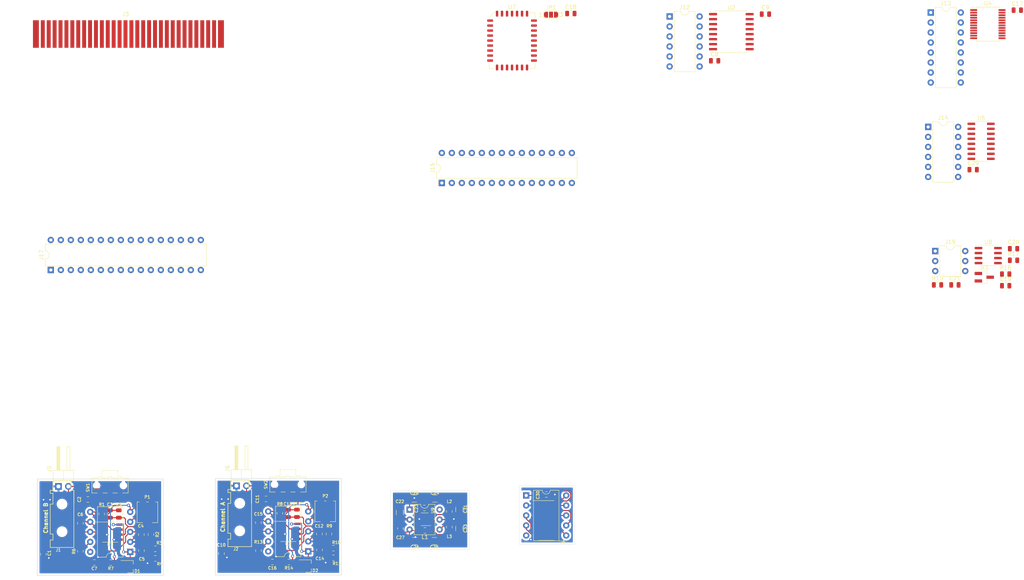
<source format=kicad_pcb>
(kicad_pcb (version 20171130) (host pcbnew "(5.1.5)-3")
  (layers (0 F.Cu signal) (31 B.Cu signal) (34 B.Paste user hide) (35 F.Paste user hide) (36 B.SilkS user) (37 F.SilkS user) (38 B.Mask user hide) (39 F.Mask user hide) (44 Edge.Cuts user))
  (net 0 "")
  (net 1 GND)
  (net 2 "Net-(C1-Pad1)")
  (net 3 "Net-(C2-Pad2)")
  (net 4 DPOT_0H)
  (net 5 "Net-(C3-Pad1)")
  (net 6 -5V)
  (net 7 +5VA)
  (net 8 DPOT_0W)
  (net 9 DPOT_0L)
  (net 10 ADC_IN2)
  (net 11 "Net-(C8-Pad1)")
  (net 12 "Net-(C10-Pad1)")
  (net 13 "Net-(C11-Pad1)")
  (net 14 DPOT_1H)
  (net 15 "Net-(C13-Pad1)")
  (net 16 DPOT_1L)
  (net 17 DPOT_1W)
  (net 18 ADC_IN1)
  (net 19 +5VC)
  (net 20 +5V)
  (net 21 "Net-(C19-Pad1)")
  (net 22 "Net-(C24-Pad2)")
  (net 23 "Net-(C24-Pad1)")
  (net 24 "Net-(C25-Pad1)")
  (net 25 "Net-(J1-Pad10)")
  (net 26 "Net-(J2-Pad10)")
  (net 27 ECLK)
  (net 28 ~WR)
  (net 29 ~RD)
  (net 30 VPP)
  (net 31 A0)
  (net 32 A1)
  (net 33 A2)
  (net 34 A3)
  (net 35 A4)
  (net 36 A5)
  (net 37 A6)
  (net 38 A7)
  (net 39 A8)
  (net 40 A9)
  (net 41 A10)
  (net 42 A11)
  (net 43 A12)
  (net 44 A13)
  (net 45 A14)
  (net 46 A15)
  (net 47 D0)
  (net 48 D1)
  (net 49 D2)
  (net 50 D3)
  (net 51 D4)
  (net 52 D5)
  (net 53 D6)
  (net 54 D7)
  (net 55 "Net-(J3-Pad30)")
  (net 56 "Net-(J3-Pad31)")
  (net 57 "Net-(J10-Pad10)")
  (net 58 +2.5V)
  (net 59 -2.5V)
  (net 60 "Net-(J11-Pad10)")
  (net 61 ~DPOT_RES)
  (net 62 DPOT_CLK)
  (net 63 ~ADC_PWRDN)
  (net 64 ADC_EN)
  (net 65 ADC_SEL)
  (net 66 "Net-(J14-Pad12)")
  (net 67 DFF_CLK)
  (net 68 "Net-(J17-Pad32)")
  (net 69 "Net-(J17-Pad31)")
  (net 70 "Net-(J18-Pad6)")
  (net 71 "Net-(J19-Pad6)")
  (net 72 "Net-(JP1-Pad2)")
  (net 73 "Net-(P1-Pad2)")
  (net 74 "Net-(P2-Pad2)")
  (net 75 "Net-(R2-Pad1)")
  (net 76 "Net-(R10-Pad2)")
  (net 77 "Net-(R16-Pad1)")
  (net 78 "Net-(SW1-Pad3)")
  (net 79 "Net-(SW2-Pad3)")
  (net 80 "Net-(U2-Pad14)")
  (net 81 "Net-(U2-Pad10)")
  (net 82 "Net-(U4-Pad11)")
  (net 83 "Net-(U5-Pad14)")
  (net 84 "Net-(U5-Pad11)")
  (net 85 "Net-(U5-Pad6)")
  (net 86 "Net-(U5-Pad3)")
  (net 87 "Net-(U6-Pad15)")
  (net 88 "Net-(U6-Pad14)")
  (net 89 "Net-(U6-Pad13)")
  (net 90 "Net-(U6-Pad12)")
  (net 91 "Net-(U6-Pad11)")
  (net 92 "Net-(U6-Pad7)")
  (net 93 "Net-(U7-Pad26)")
  (net 94 "Net-(U7-Pad17)")
  (net 95 "Net-(U7-Pad12)")
  (net 96 "Net-(U7-Pad1)")
  (module Package_DIP:DIP-10_W10.16mm (layer F.Cu) (at 148.5518 142.2262)
    (fp_text reference J15 hide)
    (fp_text value Conn_01x10)
    (pad 10 thru_hole oval (at 10.16 0) (size 1.6 1.6) (drill 0.8) (layers *.Cu *.Mask) (net 29 ~RD))
    (pad 5 thru_hole oval (at 0 10.16) (size 1.6 1.6) (drill 0.8) (layers *.Cu *.Mask) (net 46 A15))
    (pad 9 thru_hole oval (at 10.16 2.54) (size 1.6 1.6) (drill 0.8) (layers *.Cu *.Mask) (net 28 ~WR))
    (pad 4 thru_hole oval (at 0 7.62) (size 1.6 1.6) (drill 0.8) (layers *.Cu *.Mask) (net 64 ADC_EN))
    (pad 8 thru_hole oval (at 10.16 5.08) (size 1.6 1.6) (drill 0.8) (layers *.Cu *.Mask) (net 27 ECLK))
    (pad 3 thru_hole oval (at 0 5.08) (size 1.6 1.6) (drill 0.8) (layers *.Cu *.Mask) (net 67 DFF_CLK))
    (pad 7 thru_hole oval (at 10.16 7.62) (size 1.6 1.6) (drill 0.8) (layers *.Cu *.Mask) (net 44 A13))
    (pad 2 thru_hole oval (at 0 2.54) (size 1.6 1.6) (drill 0.8) (layers *.Cu *.Mask) (net 1 GND))
    (pad 6 thru_hole oval (at 10.16 10.16) (size 1.6 1.6) (drill 0.8) (layers *.Cu *.Mask) (net 45 A14))
    (pad 1 thru_hole rect (at 0 0) (size 1.6 1.6) (drill 0.8) (layers *.Cu *.Mask) (net 20 +5V))
  )
  (module Package_SO:SOIC-16_3.9x9.9mm_P1.27mm (layer F.Cu) (at 153.67 148.59)
    (fp_text reference U6 (at 4.064 5.461) (layer F.SilkS) (effects (font (size 0.75 0.75))))
    (fp_text value 74HC138D)
    (pad 16 smd roundrect (at 2.475 -4.445) (size 1.95 0.6) (layers F.Cu F.Paste F.Mask) (net 20 +5V))
    (pad 15 smd roundrect (at 2.475 -3.175) (size 1.95 0.6) (layers F.Cu F.Paste F.Mask) (net 87 "Net-(U6-Pad15)"))
    (pad 14 smd roundrect (at 2.475 -1.905) (size 1.95 0.6) (layers F.Cu F.Paste F.Mask) (net 88 "Net-(U6-Pad14)"))
    (pad 13 smd roundrect (at 2.475 -0.635) (size 1.95 0.6) (layers F.Cu F.Paste F.Mask) (net 89 "Net-(U6-Pad13)"))
    (pad 12 smd roundrect (at 2.475 0.635) (size 1.95 0.6) (layers F.Cu F.Paste F.Mask) (net 90 "Net-(U6-Pad12)"))
    (pad 11 smd roundrect (at 2.475 1.905) (size 1.95 0.6) (layers F.Cu F.Paste F.Mask) (net 91 "Net-(U6-Pad11)"))
    (pad 10 smd roundrect (at 2.475 3.175) (size 1.95 0.6) (layers F.Cu F.Paste F.Mask) (net 67 DFF_CLK))
    (pad 9 smd roundrect (at 2.475 4.445) (size 1.95 0.6) (layers F.Cu F.Paste F.Mask) (net 64 ADC_EN))
    (pad 8 smd roundrect (at -2.475 4.445) (size 1.95 0.6) (layers F.Cu F.Paste F.Mask) (net 1 GND))
    (pad 7 smd roundrect (at -2.475 3.175) (size 1.95 0.6) (layers F.Cu F.Paste F.Mask) (net 92 "Net-(U6-Pad7)"))
    (pad 6 smd roundrect (at -2.475 1.905) (size 1.95 0.6) (layers F.Cu F.Paste F.Mask) (net 46 A15))
    (pad 5 smd roundrect (at -2.475 0.635) (size 1.95 0.6) (layers F.Cu F.Paste F.Mask) (net 27 ECLK))
    (pad 4 smd roundrect (at -2.475 -0.635) (size 1.95 0.6) (layers F.Cu F.Paste F.Mask) (net 45 A14))
    (pad 3 smd roundrect (at -2.475 -1.905) (size 1.95 0.6) (layers F.Cu F.Paste F.Mask) (net 44 A13))
    (pad 2 smd roundrect (at -2.475 -3.175) (size 1.95 0.6) (layers F.Cu F.Paste F.Mask) (net 28 ~WR))
    (pad 1 smd roundrect (at -2.475 -4.445) (size 1.95 0.6) (layers F.Cu F.Paste F.Mask) (net 29 ~RD))
  )
  (module Package_DIP:DIP-10_W10.16mm (layer F.Cu) (at 93.1926 156.4386 180)
    (fp_text reference J11 hide)
    (fp_text value Conn_01x10)
    (pad 10 thru_hole oval (at 10.16 0 180) (size 1.6 1.6) (drill 0.8) (layers *.Cu *.Mask) (net 60 "Net-(J11-Pad10)"))
    (pad 5 thru_hole oval (at 0 10.16 180) (size 1.6 1.6) (drill 0.8) (layers *.Cu *.Mask) (net 58 +2.5V))
    (pad 9 thru_hole oval (at 10.16 2.54 180) (size 1.6 1.6) (drill 0.8) (layers *.Cu *.Mask) (net 18 ADC_IN1))
    (pad 4 thru_hole oval (at 0 7.62 180) (size 1.6 1.6) (drill 0.8) (layers *.Cu *.Mask) (net 59 -2.5V))
    (pad 8 thru_hole oval (at 10.16 5.08 180) (size 1.6 1.6) (drill 0.8) (layers *.Cu *.Mask) (net 16 DPOT_1L))
    (pad 3 thru_hole oval (at 0 5.08 180) (size 1.6 1.6) (drill 0.8) (layers *.Cu *.Mask) (net 6 -5V))
    (pad 7 thru_hole oval (at 10.16 7.62 180) (size 1.6 1.6) (drill 0.8) (layers *.Cu *.Mask) (net 17 DPOT_1W))
    (pad 2 thru_hole oval (at 0 2.54 180) (size 1.6 1.6) (drill 0.8) (layers *.Cu *.Mask) (net 1 GND))
    (pad 6 thru_hole oval (at 10.16 10.16 180) (size 1.6 1.6) (drill 0.8) (layers *.Cu *.Mask) (net 14 DPOT_1H))
    (pad 1 thru_hole rect (at 0 0 180) (size 1.6 1.6) (drill 0.8) (layers *.Cu *.Mask) (net 7 +5VA))
  )
  (module Package_DIP:DIP-10_W10.16mm (layer F.Cu) (at 47.9806 156.5656 180)
    (fp_text reference J10 hide)
    (fp_text value Conn_01x10)
    (pad 10 thru_hole oval (at 10.16 0 180) (size 1.6 1.6) (drill 0.8) (layers *.Cu *.Mask) (net 57 "Net-(J10-Pad10)"))
    (pad 5 thru_hole oval (at 0 10.16 180) (size 1.6 1.6) (drill 0.8) (layers *.Cu *.Mask) (net 58 +2.5V))
    (pad 9 thru_hole oval (at 10.16 2.54 180) (size 1.6 1.6) (drill 0.8) (layers *.Cu *.Mask) (net 10 ADC_IN2))
    (pad 4 thru_hole oval (at 0 7.62 180) (size 1.6 1.6) (drill 0.8) (layers *.Cu *.Mask) (net 59 -2.5V))
    (pad 8 thru_hole oval (at 10.16 5.08 180) (size 1.6 1.6) (drill 0.8) (layers *.Cu *.Mask) (net 9 DPOT_0L))
    (pad 3 thru_hole oval (at 0 5.08 180) (size 1.6 1.6) (drill 0.8) (layers *.Cu *.Mask) (net 6 -5V))
    (pad 7 thru_hole oval (at 10.16 7.62 180) (size 1.6 1.6) (drill 0.8) (layers *.Cu *.Mask) (net 8 DPOT_0W))
    (pad 2 thru_hole oval (at 0 2.54 180) (size 1.6 1.6) (drill 0.8) (layers *.Cu *.Mask) (net 1 GND))
    (pad 6 thru_hole oval (at 10.16 10.16 180) (size 1.6 1.6) (drill 0.8) (layers *.Cu *.Mask) (net 4 DPOT_0H))
    (pad 1 thru_hole rect (at 0 0 180) (size 1.6 1.6) (drill 0.8) (layers *.Cu *.Mask) (net 7 +5VA))
  )
  (module Package_TO_SOT_SMD:SOT-23-5_HandSoldering (layer F.Cu) (at 122.762 148.275 180)
    (fp_text reference U9 (at -2.079 2.225 90) (layer F.SilkS) (effects (font (size 0.75 0.75))))
    (fp_text value MAX828)
    (pad 5 smd rect (at 1.35 -0.95 180) (size 1.56 0.65) (layers F.Cu F.Paste F.Mask) (net 23 "Net-(C24-Pad1)"))
    (pad 4 smd rect (at 1.35 0.95 180) (size 1.56 0.65) (layers F.Cu F.Paste F.Mask) (net 1 GND))
    (pad 3 smd rect (at -1.35 0.95 180) (size 1.56 0.65) (layers F.Cu F.Paste F.Mask) (net 22 "Net-(C24-Pad2)"))
    (pad 2 smd rect (at -1.35 0 180) (size 1.56 0.65) (layers F.Cu F.Paste F.Mask) (net 20 +5V))
    (pad 1 smd rect (at -1.35 -0.95 180) (size 1.56 0.65) (layers F.Cu F.Paste F.Mask) (net 24 "Net-(C25-Pad1)"))
  )
  (module Package_SO:SOIC-8_3.9x4.9mm_P1.27mm (layer F.Cu) (at 265.8884 81.3016)
    (fp_text reference U8 (at 0 -3.4) (layer F.SilkS))
    (fp_text value TLC272)
    (pad 8 smd roundrect (at 2.475 -1.905) (size 1.95 0.6) (layers F.Cu F.Paste F.Mask) (net 7 +5VA))
    (pad 7 smd roundrect (at 2.475 -0.635) (size 1.95 0.6) (layers F.Cu F.Paste F.Mask) (net 59 -2.5V))
    (pad 6 smd roundrect (at 2.475 0.635) (size 1.95 0.6) (layers F.Cu F.Paste F.Mask) (net 77 "Net-(R16-Pad1)"))
    (pad 5 smd roundrect (at 2.475 1.905) (size 1.95 0.6) (layers F.Cu F.Paste F.Mask) (net 1 GND))
    (pad 4 smd roundrect (at -2.475 1.905) (size 1.95 0.6) (layers F.Cu F.Paste F.Mask) (net 6 -5V))
    (pad 3 smd roundrect (at -2.475 0.635) (size 1.95 0.6) (layers F.Cu F.Paste F.Mask) (net 21 "Net-(C19-Pad1)"))
    (pad 2 smd roundrect (at -2.475 -0.635) (size 1.95 0.6) (layers F.Cu F.Paste F.Mask) (net 58 +2.5V))
    (pad 1 smd roundrect (at -2.475 -1.905) (size 1.95 0.6) (layers F.Cu F.Paste F.Mask) (net 58 +2.5V))
  )
  (module Package_LCC:PLCC-32_11.4x14.0mm_P1.27mm (layer F.Cu) (at 144.9532 26.6984)
    (fp_text reference U7 (at 0 -8.52) (layer F.SilkS))
    (fp_text value AT27C256R)
    (pad 32 smd roundrect (at 1.27 -6.8375) (size 0.6 1.475) (layers F.Cu F.Paste F.Mask) (net 20 +5V))
    (pad 31 smd roundrect (at 2.54 -6.8375) (size 0.6 1.475) (layers F.Cu F.Paste F.Mask) (net 45 A14))
    (pad 30 smd roundrect (at 3.81 -6.8375) (size 0.6 1.475) (layers F.Cu F.Paste F.Mask) (net 44 A13))
    (pad 29 smd roundrect (at 5.5625 -5.08) (size 1.475 0.6) (layers F.Cu F.Paste F.Mask) (net 39 A8))
    (pad 28 smd roundrect (at 5.5625 -3.81) (size 1.475 0.6) (layers F.Cu F.Paste F.Mask) (net 40 A9))
    (pad 27 smd roundrect (at 5.5625 -2.54) (size 1.475 0.6) (layers F.Cu F.Paste F.Mask) (net 42 A11))
    (pad 26 smd roundrect (at 5.5625 -1.27) (size 1.475 0.6) (layers F.Cu F.Paste F.Mask) (net 93 "Net-(U7-Pad26)"))
    (pad 25 smd roundrect (at 5.5625 0) (size 1.475 0.6) (layers F.Cu F.Paste F.Mask) (net 29 ~RD))
    (pad 24 smd roundrect (at 5.5625 1.27) (size 1.475 0.6) (layers F.Cu F.Paste F.Mask) (net 41 A10))
    (pad 23 smd roundrect (at 5.5625 2.54) (size 1.475 0.6) (layers F.Cu F.Paste F.Mask) (net 46 A15))
    (pad 22 smd roundrect (at 5.5625 3.81) (size 1.475 0.6) (layers F.Cu F.Paste F.Mask) (net 54 D7))
    (pad 21 smd roundrect (at 5.5625 5.08) (size 1.475 0.6) (layers F.Cu F.Paste F.Mask) (net 53 D6))
    (pad 20 smd roundrect (at 3.81 6.8375) (size 0.6 1.475) (layers F.Cu F.Paste F.Mask) (net 52 D5))
    (pad 19 smd roundrect (at 2.54 6.8375) (size 0.6 1.475) (layers F.Cu F.Paste F.Mask) (net 51 D4))
    (pad 18 smd roundrect (at 1.27 6.8375) (size 0.6 1.475) (layers F.Cu F.Paste F.Mask) (net 50 D3))
    (pad 17 smd roundrect (at 0 6.8375) (size 0.6 1.475) (layers F.Cu F.Paste F.Mask) (net 94 "Net-(U7-Pad17)"))
    (pad 16 smd roundrect (at -1.27 6.8375) (size 0.6 1.475) (layers F.Cu F.Paste F.Mask) (net 1 GND))
    (pad 15 smd roundrect (at -2.54 6.8375) (size 0.6 1.475) (layers F.Cu F.Paste F.Mask) (net 49 D2))
    (pad 14 smd roundrect (at -3.81 6.8375) (size 0.6 1.475) (layers F.Cu F.Paste F.Mask) (net 48 D1))
    (pad 13 smd roundrect (at -5.5625 5.08) (size 1.475 0.6) (layers F.Cu F.Paste F.Mask) (net 47 D0))
    (pad 12 smd roundrect (at -5.5625 3.81) (size 1.475 0.6) (layers F.Cu F.Paste F.Mask) (net 95 "Net-(U7-Pad12)"))
    (pad 11 smd roundrect (at -5.5625 2.54) (size 1.475 0.6) (layers F.Cu F.Paste F.Mask) (net 31 A0))
    (pad 10 smd roundrect (at -5.5625 1.27) (size 1.475 0.6) (layers F.Cu F.Paste F.Mask) (net 32 A1))
    (pad 9 smd roundrect (at -5.5625 0) (size 1.475 0.6) (layers F.Cu F.Paste F.Mask) (net 33 A2))
    (pad 8 smd roundrect (at -5.5625 -1.27) (size 1.475 0.6) (layers F.Cu F.Paste F.Mask) (net 34 A3))
    (pad 7 smd roundrect (at -5.5625 -2.54) (size 1.475 0.6) (layers F.Cu F.Paste F.Mask) (net 35 A4))
    (pad 6 smd roundrect (at -5.5625 -3.81) (size 1.475 0.6) (layers F.Cu F.Paste F.Mask) (net 36 A5))
    (pad 5 smd roundrect (at -5.5625 -5.08) (size 1.475 0.6) (layers F.Cu F.Paste F.Mask) (net 37 A6))
    (pad 4 smd roundrect (at -3.81 -6.8375) (size 0.6 1.475) (layers F.Cu F.Paste F.Mask) (net 38 A7))
    (pad 3 smd roundrect (at -2.54 -6.8375) (size 0.6 1.475) (layers F.Cu F.Paste F.Mask) (net 43 A12))
    (pad 2 smd roundrect (at -1.27 -6.8375) (size 0.6 1.475) (layers F.Cu F.Paste F.Mask) (net 72 "Net-(JP1-Pad2)"))
    (pad 1 smd roundrect (at 0 -6.8375) (size 0.6 1.475) (layers F.Cu F.Paste F.Mask) (net 96 "Net-(U7-Pad1)"))
  )
  (module Package_SO:SOIC-16_3.9x9.9mm_P1.27mm (layer F.Cu) (at 264.0852 52.2802)
    (fp_text reference U5 (at 0 -5.9) (layer F.SilkS))
    (fp_text value 74HC175D)
    (pad 16 smd roundrect (at 2.475 -4.445) (size 1.95 0.6) (layers F.Cu F.Paste F.Mask) (net 20 +5V))
    (pad 15 smd roundrect (at 2.475 -3.175) (size 1.95 0.6) (layers F.Cu F.Paste F.Mask) (net 62 DPOT_CLK))
    (pad 14 smd roundrect (at 2.475 -1.905) (size 1.95 0.6) (layers F.Cu F.Paste F.Mask) (net 83 "Net-(U5-Pad14)"))
    (pad 13 smd roundrect (at 2.475 -0.635) (size 1.95 0.6) (layers F.Cu F.Paste F.Mask) (net 51 D4))
    (pad 12 smd roundrect (at 2.475 0.635) (size 1.95 0.6) (layers F.Cu F.Paste F.Mask) (net 54 D7))
    (pad 11 smd roundrect (at 2.475 1.905) (size 1.95 0.6) (layers F.Cu F.Paste F.Mask) (net 84 "Net-(U5-Pad11)"))
    (pad 10 smd roundrect (at 2.475 3.175) (size 1.95 0.6) (layers F.Cu F.Paste F.Mask) (net 65 ADC_SEL))
    (pad 9 smd roundrect (at 2.475 4.445) (size 1.95 0.6) (layers F.Cu F.Paste F.Mask) (net 67 DFF_CLK))
    (pad 8 smd roundrect (at -2.475 4.445) (size 1.95 0.6) (layers F.Cu F.Paste F.Mask) (net 1 GND))
    (pad 7 smd roundrect (at -2.475 3.175) (size 1.95 0.6) (layers F.Cu F.Paste F.Mask) (net 63 ~ADC_PWRDN))
    (pad 6 smd roundrect (at -2.475 1.905) (size 1.95 0.6) (layers F.Cu F.Paste F.Mask) (net 85 "Net-(U5-Pad6)"))
    (pad 5 smd roundrect (at -2.475 0.635) (size 1.95 0.6) (layers F.Cu F.Paste F.Mask) (net 53 D6))
    (pad 4 smd roundrect (at -2.475 -0.635) (size 1.95 0.6) (layers F.Cu F.Paste F.Mask) (net 52 D5))
    (pad 3 smd roundrect (at -2.475 -1.905) (size 1.95 0.6) (layers F.Cu F.Paste F.Mask) (net 86 "Net-(U5-Pad3)"))
    (pad 2 smd roundrect (at -2.475 -3.175) (size 1.95 0.6) (layers F.Cu F.Paste F.Mask) (net 61 ~DPOT_RES))
    (pad 1 smd roundrect (at -2.475 -4.445) (size 1.95 0.6) (layers F.Cu F.Paste F.Mask) (net 20 +5V))
  )
  (module Package_SO:SSOP-24_5.3x8.2mm_P0.65mm (layer F.Cu) (at 265.7948 22.5214)
    (fp_text reference U4 (at 0 -5.25) (layer F.SilkS))
    (fp_text value MAX114CAG)
    (pad 24 smd rect (at 3.6 -3.575) (size 1.75 0.45) (layers F.Cu F.Paste F.Mask) (net 19 +5VC))
    (pad 23 smd rect (at 3.6 -2.925) (size 1.75 0.45) (layers F.Cu F.Paste F.Mask) (net 63 ~ADC_PWRDN))
    (pad 22 smd rect (at 3.6 -2.275) (size 1.75 0.45) (layers F.Cu F.Paste F.Mask) (net 65 ADC_SEL))
    (pad 21 smd rect (at 3.6 -1.625) (size 1.75 0.45) (layers F.Cu F.Paste F.Mask) (net 1 GND))
    (pad 20 smd rect (at 3.6 -0.975) (size 1.75 0.45) (layers F.Cu F.Paste F.Mask) (net 54 D7))
    (pad 19 smd rect (at 3.6 -0.325) (size 1.75 0.45) (layers F.Cu F.Paste F.Mask) (net 53 D6))
    (pad 18 smd rect (at 3.6 0.325) (size 1.75 0.45) (layers F.Cu F.Paste F.Mask) (net 52 D5))
    (pad 17 smd rect (at 3.6 0.975) (size 1.75 0.45) (layers F.Cu F.Paste F.Mask) (net 51 D4))
    (pad 16 smd rect (at 3.6 1.625) (size 1.75 0.45) (layers F.Cu F.Paste F.Mask) (net 64 ADC_EN))
    (pad 15 smd rect (at 3.6 2.275) (size 1.75 0.45) (layers F.Cu F.Paste F.Mask) (net 64 ADC_EN))
    (pad 14 smd rect (at 3.6 2.925) (size 1.75 0.45) (layers F.Cu F.Paste F.Mask) (net 58 +2.5V))
    (pad 13 smd rect (at 3.6 3.575) (size 1.75 0.45) (layers F.Cu F.Paste F.Mask) (net 1 GND))
    (pad 12 smd rect (at -3.6 3.575) (size 1.75 0.45) (layers F.Cu F.Paste F.Mask) (net 1 GND))
    (pad 11 smd rect (at -3.6 2.925) (size 1.75 0.45) (layers F.Cu F.Paste F.Mask) (net 82 "Net-(U4-Pad11)"))
    (pad 10 smd rect (at -3.6 2.275) (size 1.75 0.45) (layers F.Cu F.Paste F.Mask) (net 64 ADC_EN))
    (pad 9 smd rect (at -3.6 1.625) (size 1.75 0.45) (layers F.Cu F.Paste F.Mask) (net 50 D3))
    (pad 8 smd rect (at -3.6 0.975) (size 1.75 0.45) (layers F.Cu F.Paste F.Mask) (net 49 D2))
    (pad 7 smd rect (at -3.6 0.325) (size 1.75 0.45) (layers F.Cu F.Paste F.Mask) (net 48 D1))
    (pad 6 smd rect (at -3.6 -0.325) (size 1.75 0.45) (layers F.Cu F.Paste F.Mask) (net 47 D0))
    (pad 5 smd rect (at -3.6 -0.975) (size 1.75 0.45) (layers F.Cu F.Paste F.Mask) (net 19 +5VC))
    (pad 4 smd rect (at -3.6 -1.625) (size 1.75 0.45) (layers F.Cu F.Paste F.Mask) (net 18 ADC_IN1))
    (pad 3 smd rect (at -3.6 -2.275) (size 1.75 0.45) (layers F.Cu F.Paste F.Mask) (net 10 ADC_IN2))
    (pad 2 smd rect (at -3.6 -2.925) (size 1.75 0.45) (layers F.Cu F.Paste F.Mask) (net 1 GND))
    (pad 1 smd rect (at -3.6 -3.575) (size 1.75 0.45) (layers F.Cu F.Paste F.Mask) (net 1 GND))
  )
  (module Package_SO:SOIC-8_3.9x4.9mm_P1.27mm (layer F.Cu) (at 88.138 151.3586)
    (fp_text reference U3 (at 0 3.2004) (layer F.SilkS) (effects (font (size 0.75 0.75))))
    (fp_text value TL072)
    (pad 8 smd roundrect (at 2.475 -1.905) (size 1.95 0.6) (layers F.Cu F.Paste F.Mask) (net 7 +5VA))
    (pad 7 smd roundrect (at 2.475 -0.635) (size 1.95 0.6) (layers F.Cu F.Paste F.Mask) (net 14 DPOT_1H))
    (pad 6 smd roundrect (at 2.475 0.635) (size 1.95 0.6) (layers F.Cu F.Paste F.Mask) (net 15 "Net-(C13-Pad1)"))
    (pad 5 smd roundrect (at 2.475 1.905) (size 1.95 0.6) (layers F.Cu F.Paste F.Mask) (net 1 GND))
    (pad 4 smd roundrect (at -2.475 1.905) (size 1.95 0.6) (layers F.Cu F.Paste F.Mask) (net 6 -5V))
    (pad 3 smd roundrect (at -2.475 0.635) (size 1.95 0.6) (layers F.Cu F.Paste F.Mask) (net 1 GND))
    (pad 2 smd roundrect (at -2.475 -0.635) (size 1.95 0.6) (layers F.Cu F.Paste F.Mask) (net 17 DPOT_1W))
    (pad 1 smd roundrect (at -2.475 -1.905) (size 1.95 0.6) (layers F.Cu F.Paste F.Mask) (net 16 DPOT_1L))
  )
  (module Package_SO:SOIC-16W_7.5x10.3mm_P1.27mm (layer F.Cu) (at 200.6506 24.4296)
    (fp_text reference U2 (at 0 -6.1) (layer F.SilkS))
    (fp_text value DS1267_SOIC)
    (pad 16 smd roundrect (at 4.65 -4.445) (size 2.05 0.6) (layers F.Cu F.Paste F.Mask) (net 7 +5VA))
    (pad 15 smd roundrect (at 4.65 -3.175) (size 2.05 0.6) (layers F.Cu F.Paste F.Mask))
    (pad 14 smd roundrect (at 4.65 -1.905) (size 2.05 0.6) (layers F.Cu F.Paste F.Mask) (net 80 "Net-(U2-Pad14)"))
    (pad 13 smd roundrect (at 4.65 -0.635) (size 2.05 0.6) (layers F.Cu F.Paste F.Mask) (net 8 DPOT_0W))
    (pad 12 smd roundrect (at 4.65 0.635) (size 2.05 0.6) (layers F.Cu F.Paste F.Mask) (net 4 DPOT_0H))
    (pad 11 smd roundrect (at 4.65 1.905) (size 2.05 0.6) (layers F.Cu F.Paste F.Mask) (net 9 DPOT_0L))
    (pad 10 smd roundrect (at 4.65 3.175) (size 2.05 0.6) (layers F.Cu F.Paste F.Mask) (net 81 "Net-(U2-Pad10)"))
    (pad 9 smd roundrect (at 4.65 4.445) (size 2.05 0.6) (layers F.Cu F.Paste F.Mask) (net 48 D1))
    (pad 8 smd roundrect (at -4.65 4.445) (size 2.05 0.6) (layers F.Cu F.Paste F.Mask) (net 1 GND))
    (pad 7 smd roundrect (at -4.65 3.175) (size 2.05 0.6) (layers F.Cu F.Paste F.Mask) (net 62 DPOT_CLK))
    (pad 6 smd roundrect (at -4.65 1.905) (size 2.05 0.6) (layers F.Cu F.Paste F.Mask) (net 61 ~DPOT_RES))
    (pad 5 smd roundrect (at -4.65 0.635) (size 2.05 0.6) (layers F.Cu F.Paste F.Mask) (net 17 DPOT_1W))
    (pad 4 smd roundrect (at -4.65 -0.635) (size 2.05 0.6) (layers F.Cu F.Paste F.Mask) (net 16 DPOT_1L))
    (pad 3 smd roundrect (at -4.65 -1.905) (size 2.05 0.6) (layers F.Cu F.Paste F.Mask) (net 14 DPOT_1H))
    (pad 2 smd roundrect (at -4.65 -3.175) (size 2.05 0.6) (layers F.Cu F.Paste F.Mask))
    (pad 1 smd roundrect (at -4.65 -4.445) (size 2.05 0.6) (layers F.Cu F.Paste F.Mask) (net 11 "Net-(C8-Pad1)"))
  )
  (module Package_SO:SOIC-8_3.9x4.9mm_P1.27mm (layer F.Cu) (at 42.9006 151.5364)
    (fp_text reference U1 (at 0 3.1496) (layer F.SilkS) (effects (font (size 0.75 0.75))))
    (fp_text value TL072)
    (pad 8 smd roundrect (at 2.475 -1.905) (size 1.95 0.6) (layers F.Cu F.Paste F.Mask) (net 7 +5VA))
    (pad 7 smd roundrect (at 2.475 -0.635) (size 1.95 0.6) (layers F.Cu F.Paste F.Mask) (net 4 DPOT_0H))
    (pad 6 smd roundrect (at 2.475 0.635) (size 1.95 0.6) (layers F.Cu F.Paste F.Mask) (net 5 "Net-(C3-Pad1)"))
    (pad 5 smd roundrect (at 2.475 1.905) (size 1.95 0.6) (layers F.Cu F.Paste F.Mask) (net 1 GND))
    (pad 4 smd roundrect (at -2.475 1.905) (size 1.95 0.6) (layers F.Cu F.Paste F.Mask) (net 6 -5V))
    (pad 3 smd roundrect (at -2.475 0.635) (size 1.95 0.6) (layers F.Cu F.Paste F.Mask) (net 1 GND))
    (pad 2 smd roundrect (at -2.475 -0.635) (size 1.95 0.6) (layers F.Cu F.Paste F.Mask) (net 8 DPOT_0W))
    (pad 1 smd roundrect (at -2.475 -1.905) (size 1.95 0.6) (layers F.Cu F.Paste F.Mask) (net 9 DPOT_0L))
  )
  (module Button_Switch_SMD:SW_SPDT_CK-JS102011SAQN (layer F.Cu) (at 88.0364 139.446 180)
    (fp_text reference SW2 (at 5.6134 0 90) (layer F.SilkS) (effects (font (size 0.75 0.75))))
    (fp_text value SW_SPDT)
    (pad "" np_thru_hole circle (at 3.4 0 180) (size 0.9 0.9) (drill 0.9) (layers *.Cu *.Mask))
    (pad "" np_thru_hole circle (at -3.4 0 180) (size 0.9 0.9) (drill 0.9) (layers *.Cu *.Mask))
    (pad 3 smd rect (at 2.5 -2.75 180) (size 1.25 2.5) (layers F.Cu F.Paste F.Mask) (net 79 "Net-(SW2-Pad3)"))
    (pad 2 smd rect (at 0 -2.75 180) (size 1.25 2.5) (layers F.Cu F.Paste F.Mask) (net 13 "Net-(C11-Pad1)"))
    (pad 1 smd rect (at -2.5 -2.75 180) (size 1.25 2.5) (layers F.Cu F.Paste F.Mask) (net 12 "Net-(C10-Pad1)"))
  )
  (module Button_Switch_SMD:SW_SPDT_CK-JS102011SAQN (layer F.Cu) (at 42.8498 139.7 180)
    (fp_text reference SW1 (at 5.6388 -0.508 90) (layer F.SilkS) (effects (font (size 0.75 0.75))))
    (fp_text value SW_SPDT)
    (pad "" np_thru_hole circle (at 3.4 0 180) (size 0.9 0.9) (drill 0.9) (layers *.Cu *.Mask))
    (pad "" np_thru_hole circle (at -3.4 0 180) (size 0.9 0.9) (drill 0.9) (layers *.Cu *.Mask))
    (pad 3 smd rect (at 2.5 -2.75 180) (size 1.25 2.5) (layers F.Cu F.Paste F.Mask) (net 78 "Net-(SW1-Pad3)"))
    (pad 2 smd rect (at 0 -2.75 180) (size 1.25 2.5) (layers F.Cu F.Paste F.Mask) (net 3 "Net-(C2-Pad2)"))
    (pad 1 smd rect (at -2.5 -2.75 180) (size 1.25 2.5) (layers F.Cu F.Paste F.Mask) (net 2 "Net-(C1-Pad1)"))
  )
  (module Resistor_SMD:R_0805_2012Metric (layer F.Cu) (at 272.3184 82.5016)
    (fp_text reference R17 (at 0 -1.65) (layer F.SilkS))
    (fp_text value 100k)
    (pad 2 smd roundrect (at 0.9375 0) (size 0.975 1.4) (layers F.Cu F.Paste F.Mask) (net 77 "Net-(R16-Pad1)"))
    (pad 1 smd roundrect (at -0.9375 0) (size 0.975 1.4) (layers F.Cu F.Paste F.Mask) (net 59 -2.5V))
  )
  (module Resistor_SMD:R_0805_2012Metric (layer F.Cu) (at 270.3184 86.0016)
    (fp_text reference R16 (at 0 -1.65) (layer F.SilkS))
    (fp_text value 100k)
    (pad 2 smd roundrect (at 0.9375 0) (size 0.975 1.4) (layers F.Cu F.Paste F.Mask) (net 58 +2.5V))
    (pad 1 smd roundrect (at -0.9375 0) (size 0.975 1.4) (layers F.Cu F.Paste F.Mask) (net 77 "Net-(R16-Pad1)"))
  )
  (module Resistor_SMD:R_0805_2012Metric (layer F.Cu) (at 253.0184 88.7516)
    (fp_text reference R15 (at 0 -1.65) (layer F.SilkS))
    (fp_text value 15k)
    (pad 2 smd roundrect (at 0.9375 0) (size 0.975 1.4) (layers F.Cu F.Paste F.Mask) (net 7 +5VA))
    (pad 1 smd roundrect (at -0.9375 0) (size 0.975 1.4) (layers F.Cu F.Paste F.Mask) (net 21 "Net-(C19-Pad1)"))
  )
  (module Resistor_SMD:R_0805_2012Metric (layer F.Cu) (at 88.265 159.131)
    (fp_text reference R14 (at 0 1.524) (layer F.SilkS) (effects (font (size 0.75 0.75))))
    (fp_text value 4k7)
    (pad 2 smd roundrect (at 0.9375 0) (size 0.975 1.4) (layers F.Cu F.Paste F.Mask) (net 58 +2.5V))
    (pad 1 smd roundrect (at -0.9375 0) (size 0.975 1.4) (layers F.Cu F.Paste F.Mask) (net 18 ADC_IN1))
  )
  (module Resistor_SMD:R_0805_2012Metric (layer F.Cu) (at 80.5434 156.2331 90)
    (fp_text reference R13 (at 2.1821 -0.0254 180) (layer F.SilkS) (effects (font (size 0.75 0.75))))
    (fp_text value 4k7)
    (pad 2 smd roundrect (at 0.9375 0 90) (size 0.975 1.4) (layers F.Cu F.Paste F.Mask) (net 16 DPOT_1L))
    (pad 1 smd roundrect (at -0.9375 0 90) (size 0.975 1.4) (layers F.Cu F.Paste F.Mask) (net 18 ADC_IN1))
  )
  (module Resistor_SMD:R_0805_2012Metric (layer F.Cu) (at 90.3224 146.7635 270)
    (fp_text reference R12 (at -2.3645 0.0254 180) (layer F.SilkS) (effects (font (size 0.75 0.75))))
    (fp_text value 470k)
    (pad 2 smd roundrect (at 0.9375 0 270) (size 0.975 1.4) (layers F.Cu F.Paste F.Mask) (net 15 "Net-(C13-Pad1)"))
    (pad 1 smd roundrect (at -0.9375 0 270) (size 0.975 1.4) (layers F.Cu F.Paste F.Mask) (net 14 DPOT_1H))
  )
  (module Resistor_SMD:R_0805_2012Metric (layer F.Cu) (at 99.5911 158.0642)
    (fp_text reference R11 (at 0.8659 1.4478) (layer F.SilkS) (effects (font (size 0.75 0.75))))
    (fp_text value 1M)
    (pad 2 smd roundrect (at 0.9375 0) (size 0.975 1.4) (layers F.Cu F.Paste F.Mask) (net 76 "Net-(R10-Pad2)"))
    (pad 1 smd roundrect (at -0.9375 0) (size 0.975 1.4) (layers F.Cu F.Paste F.Mask) (net 1 GND))
  )
  (module Resistor_SMD:R_0805_2012Metric (layer F.Cu) (at 99.5934 155.6258 180)
    (fp_text reference R10 (at -0.7366 1.4478) (layer F.SilkS) (effects (font (size 0.75 0.75))))
    (fp_text value 4k7)
    (pad 2 smd roundrect (at 0.9375 0 180) (size 0.975 1.4) (layers F.Cu F.Paste F.Mask) (net 76 "Net-(R10-Pad2)"))
    (pad 1 smd roundrect (at -0.9375 0 180) (size 0.975 1.4) (layers F.Cu F.Paste F.Mask) (net 74 "Net-(P2-Pad2)"))
  )
  (module Resistor_SMD:R_0805_2012Metric (layer F.Cu) (at 98.4758 152.019 90)
    (fp_text reference R9 (at 2.032 0.0762 180) (layer F.SilkS) (effects (font (size 0.75 0.75))))
    (fp_text value 1M)
    (pad 2 smd roundrect (at 0.9375 0 90) (size 0.975 1.4) (layers F.Cu F.Paste F.Mask) (net 15 "Net-(C13-Pad1)"))
    (pad 1 smd roundrect (at -0.9375 0 90) (size 0.975 1.4) (layers F.Cu F.Paste F.Mask) (net 76 "Net-(R10-Pad2)"))
  )
  (module Resistor_SMD:R_0805_2012Metric (layer F.Cu) (at 85.979 146.7612 90)
    (fp_text reference R8 (at 2.3622 0 180) (layer F.SilkS) (effects (font (size 0.75 0.75))))
    (fp_text value 1M)
    (pad 2 smd roundrect (at 0.9375 0 90) (size 0.975 1.4) (layers F.Cu F.Paste F.Mask) (net 13 "Net-(C11-Pad1)"))
    (pad 1 smd roundrect (at -0.9375 0 90) (size 0.975 1.4) (layers F.Cu F.Paste F.Mask) (net 15 "Net-(C13-Pad1)"))
  )
  (module Resistor_SMD:R_0805_2012Metric (layer F.Cu) (at 43.0276 159.2834)
    (fp_text reference R7 (at 0.0254 1.4986) (layer F.SilkS) (effects (font (size 0.75 0.75))))
    (fp_text value 4k7)
    (pad 2 smd roundrect (at 0.9375 0) (size 0.975 1.4) (layers F.Cu F.Paste F.Mask) (net 58 +2.5V))
    (pad 1 smd roundrect (at -0.9375 0) (size 0.975 1.4) (layers F.Cu F.Paste F.Mask) (net 10 ADC_IN2))
  )
  (module Resistor_SMD:R_0805_2012Metric (layer F.Cu) (at 35.306 156.4132 90)
    (fp_text reference R6 (at 0 -1.65 90) (layer F.SilkS) (effects (font (size 0.75 0.75))))
    (fp_text value 4k7)
    (pad 2 smd roundrect (at 0.9375 0 90) (size 0.975 1.4) (layers F.Cu F.Paste F.Mask) (net 9 DPOT_0L))
    (pad 1 smd roundrect (at -0.9375 0 90) (size 0.975 1.4) (layers F.Cu F.Paste F.Mask) (net 10 ADC_IN2))
  )
  (module Resistor_SMD:R_0805_2012Metric (layer F.Cu) (at 45.085 146.9413 270)
    (fp_text reference R5 (at -2.4153 0 180) (layer F.SilkS) (effects (font (size 0.75 0.75))))
    (fp_text value 470k)
    (pad 2 smd roundrect (at 0.9375 0 270) (size 0.975 1.4) (layers F.Cu F.Paste F.Mask) (net 5 "Net-(C3-Pad1)"))
    (pad 1 smd roundrect (at -0.9375 0 270) (size 0.975 1.4) (layers F.Cu F.Paste F.Mask) (net 4 DPOT_0H))
  )
  (module Resistor_SMD:R_0805_2012Metric (layer F.Cu) (at 54.356 158.2166)
    (fp_text reference R4 (at 1.143 1.4224) (layer F.SilkS) (effects (font (size 0.75 0.75))))
    (fp_text value 1M)
    (pad 2 smd roundrect (at 0.9375 0) (size 0.975 1.4) (layers F.Cu F.Paste F.Mask) (net 75 "Net-(R2-Pad1)"))
    (pad 1 smd roundrect (at -0.9375 0) (size 0.975 1.4) (layers F.Cu F.Paste F.Mask) (net 1 GND))
  )
  (module Resistor_SMD:R_0805_2012Metric (layer F.Cu) (at 54.356 155.7782 180)
    (fp_text reference R3 (at -1.016 1.4732) (layer F.SilkS) (effects (font (size 0.75 0.75))))
    (fp_text value 4k7)
    (pad 2 smd roundrect (at 0.9375 0 180) (size 0.975 1.4) (layers F.Cu F.Paste F.Mask) (net 75 "Net-(R2-Pad1)"))
    (pad 1 smd roundrect (at -0.9375 0 180) (size 0.975 1.4) (layers F.Cu F.Paste F.Mask) (net 73 "Net-(P1-Pad2)"))
  )
  (module Resistor_SMD:R_0805_2012Metric (layer F.Cu) (at 53.2384 152.1437 90)
    (fp_text reference R2 (at -0.0023 1.6256 90) (layer F.SilkS) (effects (font (size 0.75 0.75))))
    (fp_text value 1M)
    (pad 2 smd roundrect (at 0.9375 0 90) (size 0.975 1.4) (layers F.Cu F.Paste F.Mask) (net 5 "Net-(C3-Pad1)"))
    (pad 1 smd roundrect (at -0.9375 0 90) (size 0.975 1.4) (layers F.Cu F.Paste F.Mask) (net 75 "Net-(R2-Pad1)"))
  )
  (module Resistor_SMD:R_0805_2012Metric (layer F.Cu) (at 40.7416 146.9136 90)
    (fp_text reference R1 (at 2.3876 0.0254 180) (layer F.SilkS) (effects (font (size 0.75 0.75))))
    (fp_text value 1M)
    (pad 2 smd roundrect (at 0.9375 0 90) (size 0.975 1.4) (layers F.Cu F.Paste F.Mask) (net 3 "Net-(C2-Pad2)"))
    (pad 1 smd roundrect (at -0.9375 0 90) (size 0.975 1.4) (layers F.Cu F.Paste F.Mask) (net 5 "Net-(C3-Pad1)"))
  )
  (module Potentiometer_SMD:Potentiometer_Vishay_TS53YJ_Vertical (layer F.Cu) (at 97.5106 146.2532 90)
    (fp_text reference P2 (at 3.8862 0.0254 180) (layer F.SilkS) (effects (font (size 0.75 0.75))))
    (fp_text value 100k)
    (pad 3 smd rect (at 2 1.15 90) (size 2 1.3) (layers F.Cu F.Paste F.Mask) (net 58 +2.5V))
    (pad 2 smd rect (at -2 0 90) (size 2 2) (layers F.Cu F.Paste F.Mask) (net 74 "Net-(P2-Pad2)"))
    (pad 1 smd rect (at 2 -1.15 90) (size 2 1.3) (layers F.Cu F.Paste F.Mask) (net 59 -2.5V))
  )
  (module Potentiometer_SMD:Potentiometer_Vishay_TS53YJ_Vertical (layer F.Cu) (at 52.3494 146.5072 90)
    (fp_text reference P1 (at 3.8862 -0.0254 180) (layer F.SilkS) (effects (font (size 0.75 0.75))))
    (fp_text value 100k)
    (pad 3 smd rect (at 2 1.15 90) (size 2 1.3) (layers F.Cu F.Paste F.Mask) (net 58 +2.5V))
    (pad 2 smd rect (at -2 0 90) (size 2 2) (layers F.Cu F.Paste F.Mask) (net 73 "Net-(P1-Pad2)"))
    (pad 1 smd rect (at 2 -1.15 90) (size 2 1.3) (layers F.Cu F.Paste F.Mask) (net 59 -2.5V))
  )
  (module Inductor_SMD:L_0805_2012Metric_Pad1.15x1.40mm_HandSolder (layer F.Cu) (at 129.032 150.241 90)
    (fp_text reference L3 (at -2.413 0 180) (layer F.SilkS) (effects (font (size 0.75 0.75))))
    (fp_text value 100µ)
    (pad 2 smd roundrect (at 1.025 0 90) (size 1.15 1.4) (layers F.Cu F.Paste F.Mask) (roundrect_rratio 0.217391) (net 19 +5VC))
    (pad 1 smd roundrect (at -1.025 0 90) (size 1.15 1.4) (layers F.Cu F.Paste F.Mask) (roundrect_rratio 0.217391) (net 20 +5V))
  )
  (module Inductor_SMD:L_0805_2012Metric_Pad1.15x1.40mm_HandSolder (layer F.Cu) (at 129.032 146.295 270)
    (fp_text reference L2 (at -2.531 0 180) (layer F.SilkS) (effects (font (size 0.75 0.75))))
    (fp_text value 100µ)
    (pad 2 smd roundrect (at 1.025 0 270) (size 1.15 1.4) (layers F.Cu F.Paste F.Mask) (roundrect_rratio 0.217391) (net 7 +5VA))
    (pad 1 smd roundrect (at -1.025 0 270) (size 1.15 1.4) (layers F.Cu F.Paste F.Mask) (roundrect_rratio 0.217391) (net 20 +5V))
  )
  (module Inductor_SMD:L_0805_2012Metric_Pad1.15x1.40mm_HandSolder (layer F.Cu) (at 122.818 151.13 180)
    (fp_text reference L1 (at 0 -1.65) (layer F.SilkS))
    (fp_text value 100µ)
    (pad 2 smd roundrect (at 1.025 0 180) (size 1.15 1.4) (layers F.Cu F.Paste F.Mask) (roundrect_rratio 0.217391) (net 6 -5V))
    (pad 1 smd roundrect (at -1.025 0 180) (size 1.15 1.4) (layers F.Cu F.Paste F.Mask) (roundrect_rratio 0.217391) (net 24 "Net-(C25-Pad1)"))
  )
  (module Jumper:SolderJumper-3_P1.3mm_Open_RoundedPad1.0x1.5mm_NumberLabels (layer F.Cu) (at 154.8532 20.1284)
    (fp_text reference JP1 (at 0 -1.8) (layer F.SilkS))
    (fp_text value SolderJumper_3_Open)
    (fp_text user 1 (at -2.6 0) (layer F.SilkS))
    (fp_text user 3 (at 2.6 0) (layer F.SilkS))
    (pad 2 smd rect (at 0 0) (size 1 1.5) (layers F.Cu F.Mask) (net 72 "Net-(JP1-Pad2)"))
    (pad 3 smd custom (at 1.3 0) (size 1 0.5) (layers F.Cu F.Mask) (net 20 +5V) (options (clearance outline) (anchor rect)) (primitives (gr_circle (center 0 0.25) (end 0.5 0.25) (width 0)) (gr_circle (center 0 -0.25) (end 0.5 -0.25) (width 0)) (gr_poly (pts (xy -0.55 -0.75) (xy 0 -0.75) (xy 0 0.75) (xy -0.55 0.75)) (width 0))))
    (pad 1 smd custom (at -1.3 0) (size 1 0.5) (layers F.Cu F.Mask) (net 30 VPP) (options (clearance outline) (anchor rect)) (primitives (gr_circle (center 0 0.25) (end 0.5 0.25) (width 0)) (gr_circle (center 0 -0.25) (end 0.5 -0.25) (width 0)) (gr_poly (pts (xy 0.55 -0.75) (xy 0 -0.75) (xy 0 0.75) (xy 0.55 0.75)) (width 0))))
  )
  (module Package_DIP:DIP-6_W7.62mm (layer F.Cu) (at 252.4384 80.1516)
    (fp_text reference J19 (at 3.81 -2.33) (layer F.SilkS))
    (fp_text value Conn_01x06)
    (pad 6 thru_hole oval (at 7.62 0) (size 1.6 1.6) (drill 0.8) (layers *.Cu *.Mask) (net 71 "Net-(J19-Pad6)"))
    (pad 3 thru_hole oval (at 0 5.08) (size 1.6 1.6) (drill 0.8) (layers *.Cu *.Mask) (net 6 -5V))
    (pad 5 thru_hole oval (at 7.62 2.54) (size 1.6 1.6) (drill 0.8) (layers *.Cu *.Mask) (net 59 -2.5V))
    (pad 2 thru_hole oval (at 0 2.54) (size 1.6 1.6) (drill 0.8) (layers *.Cu *.Mask) (net 1 GND))
    (pad 4 thru_hole oval (at 7.62 5.08) (size 1.6 1.6) (drill 0.8) (layers *.Cu *.Mask) (net 58 +2.5V))
    (pad 1 thru_hole rect (at 0 0) (size 1.6 1.6) (drill 0.8) (layers *.Cu *.Mask) (net 7 +5VA))
  )
  (module Package_DIP:DIP-6_W7.62mm (layer F.Cu) (at 118.9314 145.8094)
    (fp_text reference J18 hide)
    (fp_text value Conn_01x06)
    (pad 6 thru_hole oval (at 7.62 0) (size 1.6 1.6) (drill 0.8) (layers *.Cu *.Mask) (net 70 "Net-(J18-Pad6)"))
    (pad 3 thru_hole oval (at 0 5.08) (size 1.6 1.6) (drill 0.8) (layers *.Cu *.Mask) (net 6 -5V))
    (pad 5 thru_hole oval (at 7.62 2.54) (size 1.6 1.6) (drill 0.8) (layers *.Cu *.Mask) (net 7 +5VA))
    (pad 2 thru_hole oval (at 0 2.54) (size 1.6 1.6) (drill 0.8) (layers *.Cu *.Mask) (net 1 GND))
    (pad 4 thru_hole oval (at 7.62 5.08) (size 1.6 1.6) (drill 0.8) (layers *.Cu *.Mask) (net 19 +5VC))
    (pad 1 thru_hole rect (at 0 0) (size 1.6 1.6) (drill 0.8) (layers *.Cu *.Mask) (net 20 +5V))
  )
  (module Package_DIP:DIP-32_W7.62mm (layer F.Cu) (at 27.813 84.963 90)
    (fp_text reference J17 (at 3.81 -2.39 90) (layer F.SilkS))
    (fp_text value Conn_01x32)
    (pad 32 thru_hole oval (at 7.62 0 90) (size 1.6 1.6) (drill 0.8) (layers *.Cu *.Mask) (net 68 "Net-(J17-Pad32)"))
    (pad 16 thru_hole oval (at 0 38.1 90) (size 1.6 1.6) (drill 0.8) (layers *.Cu *.Mask) (net 40 A9))
    (pad 31 thru_hole oval (at 7.62 2.54 90) (size 1.6 1.6) (drill 0.8) (layers *.Cu *.Mask) (net 69 "Net-(J17-Pad31)"))
    (pad 15 thru_hole oval (at 0 35.56 90) (size 1.6 1.6) (drill 0.8) (layers *.Cu *.Mask) (net 39 A8))
    (pad 30 thru_hole oval (at 7.62 5.08 90) (size 1.6 1.6) (drill 0.8) (layers *.Cu *.Mask) (net 54 D7))
    (pad 14 thru_hole oval (at 0 33.02 90) (size 1.6 1.6) (drill 0.8) (layers *.Cu *.Mask) (net 38 A7))
    (pad 29 thru_hole oval (at 7.62 7.62 90) (size 1.6 1.6) (drill 0.8) (layers *.Cu *.Mask) (net 53 D6))
    (pad 13 thru_hole oval (at 0 30.48 90) (size 1.6 1.6) (drill 0.8) (layers *.Cu *.Mask) (net 37 A6))
    (pad 28 thru_hole oval (at 7.62 10.16 90) (size 1.6 1.6) (drill 0.8) (layers *.Cu *.Mask) (net 52 D5))
    (pad 12 thru_hole oval (at 0 27.94 90) (size 1.6 1.6) (drill 0.8) (layers *.Cu *.Mask) (net 36 A5))
    (pad 27 thru_hole oval (at 7.62 12.7 90) (size 1.6 1.6) (drill 0.8) (layers *.Cu *.Mask) (net 51 D4))
    (pad 11 thru_hole oval (at 0 25.4 90) (size 1.6 1.6) (drill 0.8) (layers *.Cu *.Mask) (net 35 A4))
    (pad 26 thru_hole oval (at 7.62 15.24 90) (size 1.6 1.6) (drill 0.8) (layers *.Cu *.Mask) (net 50 D3))
    (pad 10 thru_hole oval (at 0 22.86 90) (size 1.6 1.6) (drill 0.8) (layers *.Cu *.Mask) (net 34 A3))
    (pad 25 thru_hole oval (at 7.62 17.78 90) (size 1.6 1.6) (drill 0.8) (layers *.Cu *.Mask) (net 49 D2))
    (pad 9 thru_hole oval (at 0 20.32 90) (size 1.6 1.6) (drill 0.8) (layers *.Cu *.Mask) (net 33 A2))
    (pad 24 thru_hole oval (at 7.62 20.32 90) (size 1.6 1.6) (drill 0.8) (layers *.Cu *.Mask) (net 48 D1))
    (pad 8 thru_hole oval (at 0 17.78 90) (size 1.6 1.6) (drill 0.8) (layers *.Cu *.Mask) (net 32 A1))
    (pad 23 thru_hole oval (at 7.62 22.86 90) (size 1.6 1.6) (drill 0.8) (layers *.Cu *.Mask) (net 47 D0))
    (pad 7 thru_hole oval (at 0 15.24 90) (size 1.6 1.6) (drill 0.8) (layers *.Cu *.Mask) (net 31 A0))
    (pad 22 thru_hole oval (at 7.62 25.4 90) (size 1.6 1.6) (drill 0.8) (layers *.Cu *.Mask) (net 46 A15))
    (pad 6 thru_hole oval (at 0 12.7 90) (size 1.6 1.6) (drill 0.8) (layers *.Cu *.Mask) (net 30 VPP))
    (pad 21 thru_hole oval (at 7.62 27.94 90) (size 1.6 1.6) (drill 0.8) (layers *.Cu *.Mask) (net 45 A14))
    (pad 5 thru_hole oval (at 0 10.16 90) (size 1.6 1.6) (drill 0.8) (layers *.Cu *.Mask) (net 29 ~RD))
    (pad 20 thru_hole oval (at 7.62 30.48 90) (size 1.6 1.6) (drill 0.8) (layers *.Cu *.Mask) (net 44 A13))
    (pad 4 thru_hole oval (at 0 7.62 90) (size 1.6 1.6) (drill 0.8) (layers *.Cu *.Mask) (net 28 ~WR))
    (pad 19 thru_hole oval (at 7.62 33.02 90) (size 1.6 1.6) (drill 0.8) (layers *.Cu *.Mask) (net 43 A12))
    (pad 3 thru_hole oval (at 0 5.08 90) (size 1.6 1.6) (drill 0.8) (layers *.Cu *.Mask) (net 27 ECLK))
    (pad 18 thru_hole oval (at 7.62 35.56 90) (size 1.6 1.6) (drill 0.8) (layers *.Cu *.Mask) (net 42 A11))
    (pad 2 thru_hole oval (at 0 2.54 90) (size 1.6 1.6) (drill 0.8) (layers *.Cu *.Mask) (net 1 GND))
    (pad 17 thru_hole oval (at 7.62 38.1 90) (size 1.6 1.6) (drill 0.8) (layers *.Cu *.Mask) (net 41 A10))
    (pad 1 thru_hole rect (at 0 0 90) (size 1.6 1.6) (drill 0.8) (layers *.Cu *.Mask) (net 20 +5V))
  )
  (module Package_DIP:DIP-28_W7.62mm (layer F.Cu) (at 127.127 62.865 90)
    (fp_text reference J16 (at 3.81 -2.33 90) (layer F.SilkS))
    (fp_text value Conn_01x28)
    (pad 28 thru_hole oval (at 7.62 0 90) (size 1.6 1.6) (drill 0.8) (layers *.Cu *.Mask) (net 54 D7))
    (pad 14 thru_hole oval (at 0 33.02 90) (size 1.6 1.6) (drill 0.8) (layers *.Cu *.Mask) (net 40 A9))
    (pad 27 thru_hole oval (at 7.62 2.54 90) (size 1.6 1.6) (drill 0.8) (layers *.Cu *.Mask) (net 53 D6))
    (pad 13 thru_hole oval (at 0 30.48 90) (size 1.6 1.6) (drill 0.8) (layers *.Cu *.Mask) (net 39 A8))
    (pad 26 thru_hole oval (at 7.62 5.08 90) (size 1.6 1.6) (drill 0.8) (layers *.Cu *.Mask) (net 52 D5))
    (pad 12 thru_hole oval (at 0 27.94 90) (size 1.6 1.6) (drill 0.8) (layers *.Cu *.Mask) (net 38 A7))
    (pad 25 thru_hole oval (at 7.62 7.62 90) (size 1.6 1.6) (drill 0.8) (layers *.Cu *.Mask) (net 51 D4))
    (pad 11 thru_hole oval (at 0 25.4 90) (size 1.6 1.6) (drill 0.8) (layers *.Cu *.Mask) (net 37 A6))
    (pad 24 thru_hole oval (at 7.62 10.16 90) (size 1.6 1.6) (drill 0.8) (layers *.Cu *.Mask) (net 50 D3))
    (pad 10 thru_hole oval (at 0 22.86 90) (size 1.6 1.6) (drill 0.8) (layers *.Cu *.Mask) (net 36 A5))
    (pad 23 thru_hole oval (at 7.62 12.7 90) (size 1.6 1.6) (drill 0.8) (layers *.Cu *.Mask) (net 49 D2))
    (pad 9 thru_hole oval (at 0 20.32 90) (size 1.6 1.6) (drill 0.8) (layers *.Cu *.Mask) (net 35 A4))
    (pad 22 thru_hole oval (at 7.62 15.24 90) (size 1.6 1.6) (drill 0.8) (layers *.Cu *.Mask) (net 48 D1))
    (pad 8 thru_hole oval (at 0 17.78 90) (size 1.6 1.6) (drill 0.8) (layers *.Cu *.Mask) (net 34 A3))
    (pad 21 thru_hole oval (at 7.62 17.78 90) (size 1.6 1.6) (drill 0.8) (layers *.Cu *.Mask) (net 47 D0))
    (pad 7 thru_hole oval (at 0 15.24 90) (size 1.6 1.6) (drill 0.8) (layers *.Cu *.Mask) (net 33 A2))
    (pad 20 thru_hole oval (at 7.62 20.32 90) (size 1.6 1.6) (drill 0.8) (layers *.Cu *.Mask) (net 46 A15))
    (pad 6 thru_hole oval (at 0 12.7 90) (size 1.6 1.6) (drill 0.8) (layers *.Cu *.Mask) (net 32 A1))
    (pad 19 thru_hole oval (at 7.62 22.86 90) (size 1.6 1.6) (drill 0.8) (layers *.Cu *.Mask) (net 45 A14))
    (pad 5 thru_hole oval (at 0 10.16 90) (size 1.6 1.6) (drill 0.8) (layers *.Cu *.Mask) (net 31 A0))
    (pad 18 thru_hole oval (at 7.62 25.4 90) (size 1.6 1.6) (drill 0.8) (layers *.Cu *.Mask) (net 44 A13))
    (pad 4 thru_hole oval (at 0 7.62 90) (size 1.6 1.6) (drill 0.8) (layers *.Cu *.Mask) (net 30 VPP))
    (pad 17 thru_hole oval (at 7.62 27.94 90) (size 1.6 1.6) (drill 0.8) (layers *.Cu *.Mask) (net 43 A12))
    (pad 3 thru_hole oval (at 0 5.08 90) (size 1.6 1.6) (drill 0.8) (layers *.Cu *.Mask) (net 29 ~RD))
    (pad 16 thru_hole oval (at 7.62 30.48 90) (size 1.6 1.6) (drill 0.8) (layers *.Cu *.Mask) (net 42 A11))
    (pad 2 thru_hole oval (at 0 2.54 90) (size 1.6 1.6) (drill 0.8) (layers *.Cu *.Mask) (net 1 GND))
    (pad 15 thru_hole oval (at 7.62 33.02 90) (size 1.6 1.6) (drill 0.8) (layers *.Cu *.Mask) (net 41 A10))
    (pad 1 thru_hole rect (at 0 0 90) (size 1.6 1.6) (drill 0.8) (layers *.Cu *.Mask) (net 20 +5V))
  )
  (module Package_DIP:DIP-12_W7.62mm (layer F.Cu) (at 250.6352 48.6302)
    (fp_text reference J14 (at 3.81 -2.33) (layer F.SilkS))
    (fp_text value Conn_01x12)
    (pad 12 thru_hole oval (at 7.62 0) (size 1.6 1.6) (drill 0.8) (layers *.Cu *.Mask) (net 66 "Net-(J14-Pad12)"))
    (pad 6 thru_hole oval (at 0 12.7) (size 1.6 1.6) (drill 0.8) (layers *.Cu *.Mask) (net 51 D4))
    (pad 11 thru_hole oval (at 7.62 2.54) (size 1.6 1.6) (drill 0.8) (layers *.Cu *.Mask) (net 63 ~ADC_PWRDN))
    (pad 5 thru_hole oval (at 0 10.16) (size 1.6 1.6) (drill 0.8) (layers *.Cu *.Mask) (net 54 D7))
    (pad 10 thru_hole oval (at 7.62 5.08) (size 1.6 1.6) (drill 0.8) (layers *.Cu *.Mask) (net 61 ~DPOT_RES))
    (pad 4 thru_hole oval (at 0 7.62) (size 1.6 1.6) (drill 0.8) (layers *.Cu *.Mask) (net 53 D6))
    (pad 9 thru_hole oval (at 7.62 7.62) (size 1.6 1.6) (drill 0.8) (layers *.Cu *.Mask) (net 62 DPOT_CLK))
    (pad 3 thru_hole oval (at 0 5.08) (size 1.6 1.6) (drill 0.8) (layers *.Cu *.Mask) (net 52 D5))
    (pad 8 thru_hole oval (at 7.62 10.16) (size 1.6 1.6) (drill 0.8) (layers *.Cu *.Mask) (net 65 ADC_SEL))
    (pad 2 thru_hole oval (at 0 2.54) (size 1.6 1.6) (drill 0.8) (layers *.Cu *.Mask) (net 1 GND))
    (pad 7 thru_hole oval (at 7.62 12.7) (size 1.6 1.6) (drill 0.8) (layers *.Cu *.Mask) (net 67 DFF_CLK))
    (pad 1 thru_hole rect (at 0 0) (size 1.6 1.6) (drill 0.8) (layers *.Cu *.Mask) (net 20 +5V))
  )
  (module Package_DIP:DIP-16_W7.62mm (layer F.Cu) (at 251.2948 19.5714)
    (fp_text reference J13 (at 3.81 -2.33) (layer F.SilkS))
    (fp_text value Conn_01x16)
    (pad 16 thru_hole oval (at 7.62 0) (size 1.6 1.6) (drill 0.8) (layers *.Cu *.Mask) (net 63 ~ADC_PWRDN))
    (pad 8 thru_hole oval (at 0 17.78) (size 1.6 1.6) (drill 0.8) (layers *.Cu *.Mask) (net 51 D4))
    (pad 15 thru_hole oval (at 7.62 2.54) (size 1.6 1.6) (drill 0.8) (layers *.Cu *.Mask) (net 64 ADC_EN))
    (pad 7 thru_hole oval (at 0 15.24) (size 1.6 1.6) (drill 0.8) (layers *.Cu *.Mask) (net 50 D3))
    (pad 14 thru_hole oval (at 7.62 5.08) (size 1.6 1.6) (drill 0.8) (layers *.Cu *.Mask) (net 65 ADC_SEL))
    (pad 6 thru_hole oval (at 0 12.7) (size 1.6 1.6) (drill 0.8) (layers *.Cu *.Mask) (net 49 D2))
    (pad 13 thru_hole oval (at 7.62 7.62) (size 1.6 1.6) (drill 0.8) (layers *.Cu *.Mask) (net 10 ADC_IN2))
    (pad 5 thru_hole oval (at 0 10.16) (size 1.6 1.6) (drill 0.8) (layers *.Cu *.Mask) (net 48 D1))
    (pad 12 thru_hole oval (at 7.62 10.16) (size 1.6 1.6) (drill 0.8) (layers *.Cu *.Mask) (net 18 ADC_IN1))
    (pad 4 thru_hole oval (at 0 7.62) (size 1.6 1.6) (drill 0.8) (layers *.Cu *.Mask) (net 47 D0))
    (pad 11 thru_hole oval (at 7.62 12.7) (size 1.6 1.6) (drill 0.8) (layers *.Cu *.Mask) (net 54 D7))
    (pad 3 thru_hole oval (at 0 5.08) (size 1.6 1.6) (drill 0.8) (layers *.Cu *.Mask) (net 58 +2.5V))
    (pad 10 thru_hole oval (at 7.62 15.24) (size 1.6 1.6) (drill 0.8) (layers *.Cu *.Mask) (net 53 D6))
    (pad 2 thru_hole oval (at 0 2.54) (size 1.6 1.6) (drill 0.8) (layers *.Cu *.Mask) (net 1 GND))
    (pad 9 thru_hole oval (at 7.62 17.78) (size 1.6 1.6) (drill 0.8) (layers *.Cu *.Mask) (net 52 D5))
    (pad 1 thru_hole rect (at 0 0) (size 1.6 1.6) (drill 0.8) (layers *.Cu *.Mask) (net 19 +5VC))
  )
  (module Package_DIP:DIP-12_W7.62mm (layer F.Cu) (at 184.9706 20.5796)
    (fp_text reference J12 (at 3.81 -2.33) (layer F.SilkS))
    (fp_text value Conn_01x12)
    (pad 12 thru_hole oval (at 7.62 0) (size 1.6 1.6) (drill 0.8) (layers *.Cu *.Mask) (net 16 DPOT_1L))
    (pad 6 thru_hole oval (at 0 12.7) (size 1.6 1.6) (drill 0.8) (layers *.Cu *.Mask) (net 61 ~DPOT_RES))
    (pad 11 thru_hole oval (at 7.62 2.54) (size 1.6 1.6) (drill 0.8) (layers *.Cu *.Mask) (net 17 DPOT_1W))
    (pad 5 thru_hole oval (at 0 10.16) (size 1.6 1.6) (drill 0.8) (layers *.Cu *.Mask) (net 62 DPOT_CLK))
    (pad 10 thru_hole oval (at 7.62 5.08) (size 1.6 1.6) (drill 0.8) (layers *.Cu *.Mask) (net 4 DPOT_0H))
    (pad 4 thru_hole oval (at 0 7.62) (size 1.6 1.6) (drill 0.8) (layers *.Cu *.Mask) (net 48 D1))
    (pad 9 thru_hole oval (at 7.62 7.62) (size 1.6 1.6) (drill 0.8) (layers *.Cu *.Mask) (net 9 DPOT_0L))
    (pad 3 thru_hole oval (at 0 5.08) (size 1.6 1.6) (drill 0.8) (layers *.Cu *.Mask) (net 6 -5V))
    (pad 8 thru_hole oval (at 7.62 10.16) (size 1.6 1.6) (drill 0.8) (layers *.Cu *.Mask) (net 8 DPOT_0W))
    (pad 2 thru_hole oval (at 0 2.54) (size 1.6 1.6) (drill 0.8) (layers *.Cu *.Mask) (net 1 GND))
    (pad 7 thru_hole oval (at 7.62 12.7) (size 1.6 1.6) (drill 0.8) (layers *.Cu *.Mask) (net 4 DPOT_0H))
    (pad 1 thru_hole rect (at 0 0) (size 1.6 1.6) (drill 0.8) (layers *.Cu *.Mask) (net 7 +5VA))
  )
  (module Connector_PinHeader_2.54mm:PinHeader_1x02_P2.54mm_Horizontal (layer F.Cu) (at 74.9554 139.7762 90)
    (fp_text reference J6 (at 4.385 -2.27 90) (layer F.SilkS))
    (fp_text value Conn_01x02)
    (pad 2 thru_hole oval (at 0 2.54 90) (size 1.7 1.7) (drill 1) (layers *.Cu *.Mask) (net 12 "Net-(C10-Pad1)"))
    (pad 1 thru_hole rect (at 0 0 90) (size 1.7 1.7) (drill 1) (layers *.Cu *.Mask) (net 1 GND))
  )
  (module Connector_PinHeader_2.54mm:PinHeader_1x02_P2.54mm_Horizontal (layer F.Cu) (at 29.7434 139.9286 90)
    (fp_text reference J5 (at 4.385 -2.27 90) (layer F.SilkS))
    (fp_text value Conn_01x02)
    (pad 2 thru_hole oval (at 0 2.54 90) (size 1.7 1.7) (drill 1) (layers *.Cu *.Mask) (net 2 "Net-(C1-Pad1)"))
    (pad 1 thru_hole rect (at 0 0 90) (size 1.7 1.7) (drill 1) (layers *.Cu *.Mask) (net 1 GND))
  )
  (module GB_EdgeConnector:GB_EdgeConnector (layer F.Cu) (at 46.7868 24.9936)
    (fp_text reference J3 (at 0.03 -5 180) (layer F.SilkS))
    (fp_text value "Edge Connector")
    (pad 1 smd rect (at -22.76 0.04 90) (size 7 1.5) (layers F.Cu F.Paste F.Mask) (net 20 +5V))
    (pad 2 smd rect (at -21.01 0.04 90) (size 7 1) (layers F.Cu F.Paste F.Mask) (net 27 ECLK))
    (pad 3 smd rect (at -19.51 0.04 90) (size 7 1) (layers F.Cu F.Paste F.Mask) (net 28 ~WR))
    (pad 4 smd rect (at -18.01 0.04 90) (size 7 1) (layers F.Cu F.Paste F.Mask) (net 29 ~RD))
    (pad 5 smd rect (at -16.51 0.04 90) (size 7 1) (layers F.Cu F.Paste F.Mask) (net 30 VPP))
    (pad 6 smd rect (at -15.01 0.04 90) (size 7 1) (layers F.Cu F.Paste F.Mask) (net 31 A0))
    (pad 7 smd rect (at -13.51 0.04 90) (size 7 1) (layers F.Cu F.Paste F.Mask) (net 32 A1))
    (pad 8 smd rect (at -12.01 0.04 90) (size 7 1) (layers F.Cu F.Paste F.Mask) (net 33 A2))
    (pad 9 smd rect (at -10.51 0.04 90) (size 7 1) (layers F.Cu F.Paste F.Mask) (net 34 A3))
    (pad 10 smd rect (at -9.01 0.04 90) (size 7 1) (layers F.Cu F.Paste F.Mask) (net 35 A4))
    (pad 11 smd rect (at -7.51 0.04 90) (size 7 1) (layers F.Cu F.Paste F.Mask) (net 36 A5))
    (pad 12 smd rect (at -6.01 0.04 90) (size 7 1) (layers F.Cu F.Paste F.Mask) (net 37 A6))
    (pad 13 smd rect (at -4.51 0.04 90) (size 7 1) (layers F.Cu F.Paste F.Mask) (net 38 A7))
    (pad 14 smd rect (at -3.01 0.04 90) (size 7 1) (layers F.Cu F.Paste F.Mask) (net 39 A8))
    (pad 15 smd rect (at -1.51 0.04 90) (size 7 1) (layers F.Cu F.Paste F.Mask) (net 40 A9))
    (pad 16 smd rect (at -0.01 0.04 90) (size 7 1) (layers F.Cu F.Paste F.Mask) (net 41 A10))
    (pad 17 smd rect (at 1.49 0.04 90) (size 7 1) (layers F.Cu F.Paste F.Mask) (net 42 A11))
    (pad 18 smd rect (at 2.99 0.04 90) (size 7 1) (layers F.Cu F.Paste F.Mask) (net 43 A12))
    (pad 19 smd rect (at 4.49 0.04 90) (size 7 1) (layers F.Cu F.Paste F.Mask) (net 44 A13))
    (pad 20 smd rect (at 5.99 0.04 90) (size 7 1) (layers F.Cu F.Paste F.Mask) (net 45 A14))
    (pad 21 smd rect (at 7.49 0.04 90) (size 7 1) (layers F.Cu F.Paste F.Mask) (net 46 A15))
    (pad 22 smd rect (at 8.99 0.04 90) (size 7 1) (layers F.Cu F.Paste F.Mask) (net 47 D0))
    (pad 23 smd rect (at 10.49 0.04 90) (size 7 1) (layers F.Cu F.Paste F.Mask) (net 48 D1))
    (pad 24 smd rect (at 11.99 0.04 90) (size 7 1) (layers F.Cu F.Paste F.Mask) (net 49 D2))
    (pad 25 smd rect (at 13.49 0.04 90) (size 7 1) (layers F.Cu F.Paste F.Mask) (net 50 D3))
    (pad 26 smd rect (at 14.99 0.04 90) (size 7 1) (layers F.Cu F.Paste F.Mask) (net 51 D4))
    (pad 27 smd rect (at 16.49 0.04 90) (size 7 1) (layers F.Cu F.Paste F.Mask) (net 52 D5))
    (pad 28 smd rect (at 17.99 0.04 90) (size 7 1) (layers F.Cu F.Paste F.Mask) (net 53 D6))
    (pad 29 smd rect (at 19.49 0.04 90) (size 7 1) (layers F.Cu F.Paste F.Mask) (net 54 D7))
    (pad 30 smd rect (at 20.99 0.04 90) (size 7 1) (layers F.Cu F.Paste F.Mask) (net 55 "Net-(J3-Pad30)"))
    (pad 31 smd rect (at 22.49 0.04 90) (size 7 1) (layers F.Cu F.Paste F.Mask) (net 56 "Net-(J3-Pad31)"))
    (pad 32 smd rect (at 24.24 0.04 90) (size 7 1.5) (layers F.Cu F.Paste F.Mask) (net 1 GND))
  )
  (module MJ-3523-SMT-TR:MJ-3523-SMT-TR (layer F.Cu) (at 75.7936 147.574 90)
    (fp_text reference J2 (at -8.255 -0.9906 180) (layer F.SilkS) (effects (font (size 0.75 0.75))))
    (fp_text value MJ-3523-SMT-TR)
    (pad 2 smd rect (at -5 -3.9 270) (size 1.5 3.2) (layers F.Cu F.Paste F.Mask) (net 12 "Net-(C10-Pad1)"))
    (pad 10 smd rect (at -9.2 0.75 180) (size 1.5 3.2) (layers F.Cu F.Paste F.Mask) (net 26 "Net-(J2-Pad10)"))
    (pad 1 smd rect (at 4.45 -3.9 90) (size 1 3.2) (layers F.Cu F.Paste F.Mask) (net 1 GND))
    (pad "" np_thru_hole circle (at 3.35 0 90) (size 1.7 1.7) (drill 1.7) (layers *.Cu *.Mask))
    (pad "" np_thru_hole circle (at -3.65 0 90) (size 1.7 1.7) (drill 1.7) (layers *.Cu *.Mask))
  )
  (module MJ-3523-SMT-TR:MJ-3523-SMT-TR (layer F.Cu) (at 30.6578 147.7772 90)
    (fp_text reference J1 (at -8.3058 -0.9398 180) (layer F.SilkS) (effects (font (size 0.75 0.75))))
    (fp_text value MJ-3523-SMT-TR)
    (pad 2 smd rect (at -5 -3.9 270) (size 1.5 3.2) (layers F.Cu F.Paste F.Mask) (net 2 "Net-(C1-Pad1)"))
    (pad 10 smd rect (at -9.2 0.75 180) (size 1.5 3.2) (layers F.Cu F.Paste F.Mask) (net 25 "Net-(J1-Pad10)"))
    (pad 1 smd rect (at 4.45 -3.9 90) (size 1 3.2) (layers F.Cu F.Paste F.Mask) (net 1 GND))
    (pad "" np_thru_hole circle (at 3.35 0 90) (size 1.7 1.7) (drill 1.7) (layers *.Cu *.Mask))
    (pad "" np_thru_hole circle (at -3.65 0 90) (size 1.7 1.7) (drill 1.7) (layers *.Cu *.Mask))
  )
  (module Package_TO_SOT_SMD:SOT-23_Handsoldering (layer F.Cu) (at 264.8884 86.8016)
    (fp_text reference D3 (at 0 -2.5) (layer F.SilkS))
    (fp_text value ZR4040-2.5)
    (pad 3 smd rect (at 1.5 0) (size 1.9 0.8) (layers F.Cu F.Paste F.Mask))
    (pad 2 smd rect (at -1.5 0.95) (size 1.9 0.8) (layers F.Cu F.Paste F.Mask) (net 1 GND))
    (pad 1 smd rect (at -1.5 -0.95) (size 1.9 0.8) (layers F.Cu F.Paste F.Mask) (net 21 "Net-(C19-Pad1)"))
  )
  (module Package_TO_SOT_SMD:SOT-23_Handsoldering (layer F.Cu) (at 93.218 160.1724)
    (fp_text reference D2 (at 1.778 1.1176) (layer F.SilkS) (effects (font (size 0.75 0.75))))
    (fp_text value BAV199)
    (pad 3 smd rect (at 1.5 0) (size 1.9 0.8) (layers F.Cu F.Paste F.Mask) (net 15 "Net-(C13-Pad1)"))
    (pad 2 smd rect (at -1.5 0.95) (size 1.9 0.8) (layers F.Cu F.Paste F.Mask) (net 7 +5VA))
    (pad 1 smd rect (at -1.5 -0.95) (size 1.9 0.8) (layers F.Cu F.Paste F.Mask) (net 6 -5V))
  )
  (module Package_TO_SOT_SMD:SOT-23_Handsoldering (layer F.Cu) (at 47.9806 160.3248)
    (fp_text reference D1 (at 1.8034 1.0922) (layer F.SilkS) (effects (font (size 0.75 0.75))))
    (fp_text value BAV199)
    (pad 3 smd rect (at 1.5 0) (size 1.9 0.8) (layers F.Cu F.Paste F.Mask) (net 5 "Net-(C3-Pad1)"))
    (pad 2 smd rect (at -1.5 0.95) (size 1.9 0.8) (layers F.Cu F.Paste F.Mask) (net 7 +5VA))
    (pad 1 smd rect (at -1.5 -0.95) (size 1.9 0.8) (layers F.Cu F.Paste F.Mask) (net 6 -5V))
  )
  (module Capacitor_SMD:C_1206_3216Metric (layer F.Cu) (at 131.572 150.622 90)
    (fp_text reference C33 (at 0 1.524 270) (layer F.SilkS) (effects (font (size 0.75 0.75))))
    (fp_text value 10µ)
    (pad 2 smd roundrect (at 1.4 0 90) (size 1.25 1.75) (layers F.Cu F.Paste F.Mask) (roundrect_rratio 0.2) (net 1 GND))
    (pad 1 smd roundrect (at -1.4 0 90) (size 1.25 1.75) (layers F.Cu F.Paste F.Mask) (roundrect_rratio 0.2) (net 19 +5VC))
  )
  (module Capacitor_SMD:C_1206_3216Metric (layer F.Cu) (at 131.572 145.796 270)
    (fp_text reference C31 (at -0.127 -1.524 90) (layer F.SilkS) (effects (font (size 0.75 0.75))))
    (fp_text value 10µ)
    (pad 2 smd roundrect (at 1.4 0 270) (size 1.25 1.75) (layers F.Cu F.Paste F.Mask) (roundrect_rratio 0.2) (net 1 GND))
    (pad 1 smd roundrect (at -1.4 0 270) (size 1.25 1.75) (layers F.Cu F.Paste F.Mask) (roundrect_rratio 0.2) (net 7 +5VA))
  )
  (module Capacitor_SMD:C_0805_2012Metric (layer F.Cu) (at 153.67 141.986)
    (fp_text reference C30 (at -2.159 0.127 90) (layer F.SilkS) (effects (font (size 0.75 0.75))))
    (fp_text value 100n)
    (pad 2 smd roundrect (at 0.9375 0) (size 0.975 1.4) (layers F.Cu F.Paste F.Mask) (net 1 GND))
    (pad 1 smd roundrect (at -0.9375 0) (size 0.975 1.4) (layers F.Cu F.Paste F.Mask) (net 20 +5V))
  )
  (module Capacitor_SMD:C_0805_2012Metric (layer F.Cu) (at 262.0652 59.4802)
    (fp_text reference C29 (at 0 -1.65) (layer F.SilkS))
    (fp_text value 100n)
    (pad 2 smd roundrect (at 0.9375 0) (size 0.975 1.4) (layers F.Cu F.Paste F.Mask) (net 1 GND))
    (pad 1 smd roundrect (at -0.9375 0) (size 0.975 1.4) (layers F.Cu F.Paste F.Mask) (net 20 +5V))
  )
  (module Capacitor_SMD:C_1206_3216Metric (layer F.Cu) (at 120.142 143.002)
    (fp_text reference C28 (at 0 -1.397) (layer F.SilkS) (effects (font (size 0.75 0.75))))
    (fp_text value 10µ)
    (pad 2 smd roundrect (at 1.4 0) (size 1.25 1.75) (layers F.Cu F.Paste F.Mask) (roundrect_rratio 0.2) (net 1 GND))
    (pad 1 smd roundrect (at -1.4 0) (size 1.25 1.75) (layers F.Cu F.Paste F.Mask) (roundrect_rratio 0.2) (net 20 +5V))
  )
  (module Capacitor_SMD:C_0805_2012Metric (layer F.Cu) (at 116.586 150.622 90)
    (fp_text reference C27 (at -2.286 0 180) (layer F.SilkS) (effects (font (size 0.75 0.75))))
    (fp_text value 100n)
    (pad 2 smd roundrect (at 0.9375 0 90) (size 0.975 1.4) (layers F.Cu F.Paste F.Mask) (net 1 GND))
    (pad 1 smd roundrect (at -0.9375 0 90) (size 0.975 1.4) (layers F.Cu F.Paste F.Mask) (net 6 -5V))
  )
  (module Capacitor_SMD:C_1206_3216Metric (layer F.Cu) (at 120.269 153.797)
    (fp_text reference C26 (at 0 1.524) (layer F.SilkS) (effects (font (size 0.75 0.75))))
    (fp_text value 10µ)
    (pad 2 smd roundrect (at 1.4 0) (size 1.25 1.75) (layers F.Cu F.Paste F.Mask) (roundrect_rratio 0.2) (net 1 GND))
    (pad 1 smd roundrect (at -1.4 0) (size 1.25 1.75) (layers F.Cu F.Paste F.Mask) (roundrect_rratio 0.2) (net 6 -5V))
  )
  (module Capacitor_SMD:C_1206_3216Metric (layer F.Cu) (at 125.219 153.797 180)
    (fp_text reference C25 (at -0.003 -1.524) (layer F.SilkS) (effects (font (size 0.75 0.75))))
    (fp_text value 10µ)
    (pad 2 smd roundrect (at 1.4 0 180) (size 1.25 1.75) (layers F.Cu F.Paste F.Mask) (roundrect_rratio 0.2) (net 1 GND))
    (pad 1 smd roundrect (at -1.4 0 180) (size 1.25 1.75) (layers F.Cu F.Paste F.Mask) (roundrect_rratio 0.2) (net 24 "Net-(C25-Pad1)"))
  )
  (module Capacitor_SMD:C_1206_3216Metric (layer F.Cu) (at 125.352 143.002)
    (fp_text reference C24 (at -0.003 -1.397) (layer F.SilkS) (effects (font (size 0.75 0.75))))
    (fp_text value 10µ)
    (pad 2 smd roundrect (at 1.4 0) (size 1.25 1.75) (layers F.Cu F.Paste F.Mask) (roundrect_rratio 0.2) (net 22 "Net-(C24-Pad2)"))
    (pad 1 smd roundrect (at -1.4 0) (size 1.25 1.75) (layers F.Cu F.Paste F.Mask) (roundrect_rratio 0.2) (net 23 "Net-(C24-Pad1)"))
  )
  (module Capacitor_SMD:C_0805_2012Metric (layer F.Cu) (at 122.682 145.415 180)
    (fp_text reference C23 (at 2.032 -0.127 90) (layer F.SilkS) (effects (font (size 0.75 0.75))))
    (fp_text value 100n)
    (pad 2 smd roundrect (at 0.9375 0 180) (size 0.975 1.4) (layers F.Cu F.Paste F.Mask) (net 1 GND))
    (pad 1 smd roundrect (at -0.9375 0 180) (size 0.975 1.4) (layers F.Cu F.Paste F.Mask) (net 20 +5V))
  )
  (module Capacitor_SMD:C_1206_3216Metric (layer F.Cu) (at 116.459 146.558 270)
    (fp_text reference C22 (at -2.794 0 180) (layer F.SilkS) (effects (font (size 0.75 0.75))))
    (fp_text value 10µ)
    (pad 2 smd roundrect (at 1.4 0 270) (size 1.25 1.75) (layers F.Cu F.Paste F.Mask) (roundrect_rratio 0.2) (net 1 GND))
    (pad 1 smd roundrect (at -1.4 0 270) (size 1.25 1.75) (layers F.Cu F.Paste F.Mask) (roundrect_rratio 0.2) (net 20 +5V))
  )
  (module Capacitor_SMD:C_0805_2012Metric (layer F.Cu) (at 257.4284 88.7516)
    (fp_text reference C21 (at 0 -1.65) (layer F.SilkS))
    (fp_text value 100n)
    (pad 2 smd roundrect (at 0.9375 0) (size 0.975 1.4) (layers F.Cu F.Paste F.Mask) (net 1 GND))
    (pad 1 smd roundrect (at -0.9375 0) (size 0.975 1.4) (layers F.Cu F.Paste F.Mask) (net 6 -5V))
  )
  (module Capacitor_SMD:C_0805_2012Metric (layer F.Cu) (at 272.3184 79.5516)
    (fp_text reference C20 (at 0 -1.65) (layer F.SilkS))
    (fp_text value 100n)
    (pad 2 smd roundrect (at 0.9375 0) (size 0.975 1.4) (layers F.Cu F.Paste F.Mask) (net 7 +5VA))
    (pad 1 smd roundrect (at -0.9375 0) (size 0.975 1.4) (layers F.Cu F.Paste F.Mask) (net 1 GND))
  )
  (module Capacitor_SMD:C_0805_2012Metric (layer F.Cu) (at 270.3184 88.9516)
    (fp_text reference C19 (at 0 -1.65) (layer F.SilkS))
    (fp_text value 100n)
    (pad 2 smd roundrect (at 0.9375 0) (size 0.975 1.4) (layers F.Cu F.Paste F.Mask) (net 1 GND))
    (pad 1 smd roundrect (at -0.9375 0) (size 0.975 1.4) (layers F.Cu F.Paste F.Mask) (net 21 "Net-(C19-Pad1)"))
  )
  (module Capacitor_SMD:C_0805_2012Metric (layer F.Cu) (at 159.8832 19.8284)
    (fp_text reference C18 (at 0 -1.65) (layer F.SilkS))
    (fp_text value 100n)
    (pad 2 smd roundrect (at 0.9375 0) (size 0.975 1.4) (layers F.Cu F.Paste F.Mask) (net 1 GND))
    (pad 1 smd roundrect (at -0.9375 0) (size 0.975 1.4) (layers F.Cu F.Paste F.Mask) (net 20 +5V))
  )
  (module Capacitor_SMD:C_0805_2012Metric (layer F.Cu) (at 273.2748 18.9714)
    (fp_text reference C17 (at 0 -1.65) (layer F.SilkS))
    (fp_text value 100n)
    (pad 2 smd roundrect (at 0.9375 0) (size 0.975 1.4) (layers F.Cu F.Paste F.Mask) (net 1 GND))
    (pad 1 smd roundrect (at -0.9375 0) (size 0.975 1.4) (layers F.Cu F.Paste F.Mask) (net 19 +5VC))
  )
  (module Capacitor_SMD:C_0805_2012Metric (layer F.Cu) (at 84.074 159.131)
    (fp_text reference C16 (at 0 1.524) (layer F.SilkS) (effects (font (size 0.75 0.75))))
    (fp_text value 220p)
    (pad 2 smd roundrect (at 0.9375 0) (size 0.975 1.4) (layers F.Cu F.Paste F.Mask) (net 1 GND))
    (pad 1 smd roundrect (at -0.9375 0) (size 0.975 1.4) (layers F.Cu F.Paste F.Mask) (net 18 ADC_IN1))
  )
  (module Capacitor_SMD:C_0805_2012Metric (layer F.Cu) (at 80.518 149.1488 270)
    (fp_text reference C15 (at -2.2098 0 180) (layer F.SilkS) (effects (font (size 0.75 0.75))))
    (fp_text value 15p)
    (pad 2 smd roundrect (at 0.9375 0 270) (size 0.975 1.4) (layers F.Cu F.Paste F.Mask) (net 16 DPOT_1L))
    (pad 1 smd roundrect (at -0.9375 0 270) (size 0.975 1.4) (layers F.Cu F.Paste F.Mask) (net 17 DPOT_1W))
  )
  (module Capacitor_SMD:C_0805_2012Metric (layer F.Cu) (at 96.0628 156.0807 90)
    (fp_text reference C14 (at -2.1613 0.0762) (layer F.SilkS) (effects (font (size 0.75 0.75))))
    (fp_text value 100n)
    (pad 2 smd roundrect (at 0.9375 0 90) (size 0.975 1.4) (layers F.Cu F.Paste F.Mask) (net 1 GND))
    (pad 1 smd roundrect (at -0.9375 0 90) (size 0.975 1.4) (layers F.Cu F.Paste F.Mask) (net 7 +5VA))
  )
  (module Capacitor_SMD:C_0805_2012Metric (layer F.Cu) (at 88.0872 146.7866 90)
    (fp_text reference C13 (at 2.3876 -0.0762 180) (layer F.SilkS) (effects (font (size 0.75 0.75))))
    (fp_text value 1p8)
    (pad 2 smd roundrect (at 0.9375 0 90) (size 0.975 1.4) (layers F.Cu F.Paste F.Mask) (net 14 DPOT_1H))
    (pad 1 smd roundrect (at -0.9375 0 90) (size 0.975 1.4) (layers F.Cu F.Paste F.Mask) (net 15 "Net-(C13-Pad1)"))
  )
  (module Capacitor_SMD:C_0805_2012Metric (layer F.Cu) (at 96.0374 152.019 90)
    (fp_text reference C12 (at 2.032 -0.0889 180) (layer F.SilkS) (effects (font (size 0.75 0.75))))
    (fp_text value 100n)
    (pad 2 smd roundrect (at 0.9375 0 90) (size 0.975 1.4) (layers F.Cu F.Paste F.Mask) (net 6 -5V))
    (pad 1 smd roundrect (at -0.9375 0 90) (size 0.975 1.4) (layers F.Cu F.Paste F.Mask) (net 1 GND))
  )
  (module Capacitor_SMD:C_0805_2012Metric (layer F.Cu) (at 82.4715 143.1036)
    (fp_text reference C11 (at -2.2075 0.0254 90) (layer F.SilkS) (effects (font (size 0.75 0.75))))
    (fp_text value 100n)
    (pad 2 smd roundrect (at 0.9375 0) (size 0.975 1.4) (layers F.Cu F.Paste F.Mask) (net 12 "Net-(C10-Pad1)"))
    (pad 1 smd roundrect (at -0.9375 0) (size 0.975 1.4) (layers F.Cu F.Paste F.Mask) (net 13 "Net-(C11-Pad1)"))
  )
  (module Capacitor_SMD:C_0805_2012Metric (layer F.Cu) (at 71.1454 156.9974 270)
    (fp_text reference C10 (at -2.1844 0.0254 180) (layer F.SilkS) (effects (font (size 0.75 0.75))))
    (fp_text value 18p)
    (pad 2 smd roundrect (at 0.9375 0 270) (size 0.975 1.4) (layers F.Cu F.Paste F.Mask) (net 1 GND))
    (pad 1 smd roundrect (at -0.9375 0 270) (size 0.975 1.4) (layers F.Cu F.Paste F.Mask) (net 12 "Net-(C10-Pad1)"))
  )
  (module Capacitor_SMD:C_0805_2012Metric (layer F.Cu) (at 209.3106 19.9796)
    (fp_text reference C9 (at 0 -1.65) (layer F.SilkS))
    (fp_text value 100n)
    (pad 2 smd roundrect (at 0.9375 0) (size 0.975 1.4) (layers F.Cu F.Paste F.Mask) (net 1 GND))
    (pad 1 smd roundrect (at -0.9375 0) (size 0.975 1.4) (layers F.Cu F.Paste F.Mask) (net 7 +5VA))
  )
  (module Capacitor_SMD:C_0805_2012Metric (layer F.Cu) (at 196.4006 31.8296)
    (fp_text reference C8 (at 0 -1.65) (layer F.SilkS))
    (fp_text value 100n)
    (pad 2 smd roundrect (at 0.9375 0) (size 0.975 1.4) (layers F.Cu F.Paste F.Mask) (net 6 -5V))
    (pad 1 smd roundrect (at -0.9375 0) (size 0.975 1.4) (layers F.Cu F.Paste F.Mask) (net 11 "Net-(C8-Pad1)"))
  )
  (module Capacitor_SMD:C_0805_2012Metric (layer F.Cu) (at 38.862 159.258)
    (fp_text reference C7 (at 0 1.524) (layer F.SilkS) (effects (font (size 0.75 0.75))))
    (fp_text value 220p)
    (pad 2 smd roundrect (at 0.9375 0) (size 0.975 1.4) (layers F.Cu F.Paste F.Mask) (net 1 GND))
    (pad 1 smd roundrect (at -0.9375 0) (size 0.975 1.4) (layers F.Cu F.Paste F.Mask) (net 10 ADC_IN2))
  )
  (module Capacitor_SMD:C_0805_2012Metric (layer F.Cu) (at 35.306 149.3012 90)
    (fp_text reference C6 (at 2.2352 0 180) (layer F.SilkS) (effects (font (size 0.75 0.75))))
    (fp_text value 15p)
    (pad 2 smd roundrect (at 0.9375 0 90) (size 0.975 1.4) (layers F.Cu F.Paste F.Mask) (net 8 DPOT_0W))
    (pad 1 smd roundrect (at -0.9375 0 90) (size 0.975 1.4) (layers F.Cu F.Paste F.Mask) (net 9 DPOT_0L))
  )
  (module Capacitor_SMD:C_0805_2012Metric (layer F.Cu) (at 50.8254 156.2354 90)
    (fp_text reference C5 (at -2.1336 0.1016 180) (layer F.SilkS) (effects (font (size 0.75 0.75))))
    (fp_text value 100n)
    (pad 2 smd roundrect (at 0.9375 0 90) (size 0.975 1.4) (layers F.Cu F.Paste F.Mask) (net 1 GND))
    (pad 1 smd roundrect (at -0.9375 0 90) (size 0.975 1.4) (layers F.Cu F.Paste F.Mask) (net 7 +5VA))
  )
  (module Capacitor_SMD:C_0805_2012Metric (layer F.Cu) (at 50.8 152.1737 90)
    (fp_text reference C4 (at 2.1867 -0.127 180) (layer F.SilkS) (effects (font (size 0.75 0.75))))
    (fp_text value 100n)
    (pad 2 smd roundrect (at 0.9375 0 90) (size 0.975 1.4) (layers F.Cu F.Paste F.Mask) (net 6 -5V))
    (pad 1 smd roundrect (at -0.9375 0 90) (size 0.975 1.4) (layers F.Cu F.Paste F.Mask) (net 1 GND))
  )
  (module Capacitor_SMD:C_0805_2012Metric (layer F.Cu) (at 42.8498 146.9367 90)
    (fp_text reference C3 (at 2.4107 -0.0508 180) (layer F.SilkS) (effects (font (size 0.75 0.75))))
    (fp_text value 1p8)
    (pad 2 smd roundrect (at 0.9375 0 90) (size 0.975 1.4) (layers F.Cu F.Paste F.Mask) (net 4 DPOT_0H))
    (pad 1 smd roundrect (at -0.9375 0 90) (size 0.975 1.4) (layers F.Cu F.Paste F.Mask) (net 5 "Net-(C3-Pad1)"))
  )
  (module Capacitor_SMD:C_0805_2012Metric (layer F.Cu) (at 37.2364 143.256 180)
    (fp_text reference C2 (at 2.1844 0 90) (layer F.SilkS) (effects (font (size 0.75 0.75))))
    (fp_text value 100n)
    (pad 2 smd roundrect (at 0.9375 0 180) (size 0.975 1.4) (layers F.Cu F.Paste F.Mask) (net 3 "Net-(C2-Pad2)"))
    (pad 1 smd roundrect (at -0.9375 0 180) (size 0.975 1.4) (layers F.Cu F.Paste F.Mask) (net 2 "Net-(C1-Pad1)"))
  )
  (module Capacitor_SMD:C_0805_2012Metric (layer F.Cu) (at 25.908 157.1521 270)
    (fp_text reference C1 (at -0.3071 -1.524 90) (layer F.SilkS) (effects (font (size 0.75 0.75))))
    (fp_text value 18p)
    (pad 2 smd roundrect (at 0.9375 0 270) (size 0.975 1.4) (layers F.Cu F.Paste F.Mask) (net 1 GND))
    (pad 1 smd roundrect (at -0.9375 0 270) (size 0.975 1.4) (layers F.Cu F.Paste F.Mask) (net 2 "Net-(C1-Pad1)"))
  )
  (gr_text "Channel A" (at 71.501 147.701 90) (layer F.SilkS) (effects (font (size 1 1) (thickness 0.25))))
  (gr_text "Channel B" (at 26.543 147.955 90) (layer F.SilkS) (effects (font (size 1 1) (thickness 0.25))))
  (gr_line (start 146.812 154.686) (end 146.812 139.7) (layer Edge.Cuts) (width 0.05))
  (gr_line (start 160.909 154.686) (end 146.812 154.686) (layer Edge.Cuts) (width 0.05))
  (gr_line (start 160.909 139.7) (end 160.909 154.686) (layer Edge.Cuts) (width 0.05))
  (gr_line (start 146.812 139.7) (end 160.909 139.7) (layer Edge.Cuts) (width 0.05))
  (gr_line (start 114.173 155.956) (end 114.173 140.97) (layer Edge.Cuts) (width 0.05))
  (gr_line (start 134.112 155.956) (end 114.173 155.956) (layer Edge.Cuts) (width 0.05))
  (gr_line (start 134.112 140.97) (end 134.112 155.956) (layer Edge.Cuts) (width 0.05))
  (gr_line (start 114.173 140.97) (end 134.112 140.97) (layer Edge.Cuts) (width 0.05))
  (gr_line (start 69.596 137.922) (end 101.6 137.922) (layer Edge.Cuts) (width 0.1))
  (gr_line (start 101.6 162.433) (end 69.596 162.433) (layer Edge.Cuts) (width 0.1))
  (gr_line (start 69.596 162.433) (end 69.596 137.922) (layer Edge.Cuts) (width 0.1))
  (gr_line (start 101.6 137.922) (end 101.6 162.433) (layer Edge.Cuts) (width 0.1))
  (gr_line (start 56.388 138.049) (end 56.388 162.56) (layer Edge.Cuts) (width 0.1))
  (gr_line (start 24.384 138.049) (end 56.388 138.049) (layer Edge.Cuts) (width 0.1))
  (gr_line (start 24.384 162.56) (end 24.384 138.049) (layer Edge.Cuts) (width 0.1))
  (gr_line (start 56.388 162.56) (end 24.384 162.56) (layer Edge.Cuts) (width 0.1))
  (segment (start 98.4758 152.9542) (end 98.4758 153.9494) (width 0.25) (layer F.Cu) (net 76))
  (segment (start 98.6559 154.1295) (end 98.6559 155.6512) (width 0.25) (layer F.Cu) (net 76))
  (segment (start 98.4758 153.9494) (end 98.6559 154.1295) (width 0.25) (layer F.Cu) (net 76))
  (segment (start 98.6559 158.0642) (end 98.6559 158.2397) (width 0.25) (layer F.Cu) (net 1))
  (segment (start 98.6559 158.2397) (end 97.6122 159.2834) (width 0.25) (layer F.Cu) (net 1))
  (segment (start 86.1568 152.019) (end 87.249 152.019) (width 0.25) (layer F.Cu) (net 1))
  (segment (start 90.0938 153.289) (end 89.1286 153.289) (width 0.25) (layer F.Cu) (net 1))
  (segment (start 90.613 153.289) (end 90.0938 153.289) (width 0.25) (layer F.Cu) (net 1))
  (segment (start 85.663 152.019) (end 86.1568 152.019) (width 0.25) (layer F.Cu) (net 1))
  (segment (start 96.0628 155.1455) (end 96.0628 152.9842) (width 0.25) (layer F.Cu) (net 1))
  (segment (start 96.0628 152.9842) (end 96.0374 152.9588) (width 0.25) (layer F.Cu) (net 1))
  (segment (start 85.0369 159.0802) (end 85.0369 157.7363) (width 0.25) (layer F.Cu) (net 1))
  (segment (start 85.0369 157.7363) (end 85.0392 157.734) (width 0.25) (layer F.Cu) (net 1))
  (segment (start 71.9952 141.6618) (end 71.9952 142.4248) (width 0.25) (layer F.Cu) (net 1))
  (segment (start 71.1454 157.9372) (end 72.517 157.9372) (width 0.25) (layer F.Cu) (net 1))
  (segment (start 72.517 157.9372) (end 72.5424 157.9626) (width 0.25) (layer F.Cu) (net 1))
  (segment (start 71.9952 142.4248) (end 71.9952 143.1748) (width 0.25) (layer F.Cu) (net 1))
  (segment (start 74.9808 139.7762) (end 73.8808 139.7762) (width 0.25) (layer F.Cu) (net 1))
  (segment (start 73.8808 139.7762) (end 71.9952 141.6618) (width 0.25) (layer F.Cu) (net 1))
  (via (at 97.6122 159.2834) (size 0.8) (drill 0.4) (layers F.Cu B.Cu) (net 1))
  (via (at 85.0392 157.734) (size 0.8) (drill 0.4) (layers F.Cu B.Cu) (net 1))
  (via (at 72.8472 143.1544) (size 0.8) (drill 0.4) (layers F.Cu B.Cu) (net 1))
  (via (at 87.249 152.019) (size 0.8) (drill 0.4) (layers F.Cu B.Cu) (net 1))
  (via (at 71.1962 143.1544) (size 0.8) (drill 0.4) (layers F.Cu B.Cu) (net 1))
  (via (at 72.5424 157.9626) (size 0.8) (drill 0.4) (layers F.Cu B.Cu) (net 1))
  (via (at 89.1286 153.289) (size 0.8) (drill 0.4) (layers F.Cu B.Cu) (net 1))
  (segment (start 93.218 153.8732) (end 94.1324 152.9588) (width 0.25) (layer F.Cu) (net 1))
  (segment (start 94.1324 152.9588) (end 96.0374 152.9588) (width 0.25) (layer F.Cu) (net 1))
  (segment (start 71.1454 156.0622) (end 71.1454 154.94) (width 0.25) (layer F.Cu) (net 12))
  (segment (start 71.9952 154.0902) (end 71.9952 152.6248) (width 0.25) (layer F.Cu) (net 12))
  (segment (start 71.1454 154.94) (end 71.9952 154.0902) (width 0.25) (layer F.Cu) (net 12))
  (segment (start 77.5208 139.7762) (end 77.5208 145.7198) (width 0.25) (layer F.Cu) (net 12))
  (segment (start 71.9952 151.2454) (end 71.9952 152.6248) (width 0.25) (layer F.Cu) (net 12))
  (segment (start 77.5208 145.7198) (end 71.9952 151.2454) (width 0.25) (layer F.Cu) (net 12))
  (segment (start 80.0608 140.4112) (end 90.2208 140.4112) (width 0.25) (layer F.Cu) (net 12))
  (segment (start 77.5208 139.7762) (end 79.4258 139.7762) (width 0.25) (layer F.Cu) (net 12))
  (segment (start 90.2208 140.4112) (end 90.5872 140.7776) (width 0.25) (layer F.Cu) (net 12))
  (segment (start 90.5872 140.7776) (end 90.5872 142.2976) (width 0.25) (layer F.Cu) (net 12))
  (segment (start 79.4258 139.7762) (end 80.0608 140.4112) (width 0.25) (layer F.Cu) (net 12))
  (segment (start 83.896201 144.653001) (end 90.144599 144.653001) (width 0.25) (layer F.Cu) (net 12))
  (segment (start 83.4113 143.1036) (end 83.4113 144.1681) (width 0.25) (layer F.Cu) (net 12))
  (segment (start 90.5872 144.2104) (end 90.5872 142.2976) (width 0.25) (layer F.Cu) (net 12))
  (segment (start 83.4113 144.1681) (end 83.896201 144.653001) (width 0.25) (layer F.Cu) (net 12))
  (segment (start 90.144599 144.653001) (end 90.5872 144.2104) (width 0.25) (layer F.Cu) (net 12))
  (segment (start 84.728891 144.202991) (end 87.851409 144.202991) (width 0.25) (layer F.Cu) (net 13))
  (segment (start 81.5363 143.1036) (end 81.5363 142.2377) (width 0.25) (layer F.Cu) (net 13))
  (segment (start 88.0872 143.9672) (end 88.0872 142.2976) (width 0.25) (layer F.Cu) (net 13))
  (segment (start 87.851409 144.202991) (end 88.0872 143.9672) (width 0.25) (layer F.Cu) (net 13))
  (segment (start 84.4042 143.8783) (end 84.728891 144.202991) (width 0.25) (layer F.Cu) (net 13))
  (segment (start 81.5363 142.2377) (end 81.8642 141.9098) (width 0.25) (layer F.Cu) (net 13))
  (segment (start 84.0486 141.9098) (end 84.4042 142.2654) (width 0.25) (layer F.Cu) (net 13))
  (segment (start 81.8642 141.9098) (end 84.0486 141.9098) (width 0.25) (layer F.Cu) (net 13))
  (segment (start 84.4042 142.2654) (end 84.4042 143.8783) (width 0.25) (layer F.Cu) (net 13))
  (segment (start 81.5363 143.1036) (end 83.5683 145.1356) (width 0.25) (layer F.Cu) (net 13))
  (segment (start 83.5683 145.1356) (end 85.2909 145.1356) (width 0.25) (layer F.Cu) (net 13))
  (segment (start 85.2909 145.1356) (end 85.979 145.8237) (width 0.25) (layer F.Cu) (net 13))
  (segment (start 84.69737 146.7612) (end 84.18937 146.2532) (width 0.25) (layer F.Cu) (net 14))
  (segment (start 84.18937 146.2532) (end 83.058 146.2532) (width 0.25) (layer F.Cu) (net 14))
  (segment (start 88.0872 145.8468) (end 88.0872 146.3343) (width 0.25) (layer F.Cu) (net 14))
  (segment (start 87.6603 146.7612) (end 84.69737 146.7612) (width 0.25) (layer F.Cu) (net 14))
  (segment (start 88.0872 146.3343) (end 87.6603 146.7612) (width 0.25) (layer F.Cu) (net 14))
  (segment (start 90.3224 145.8514) (end 88.0918 145.8514) (width 0.25) (layer F.Cu) (net 14))
  (segment (start 88.0918 145.8514) (end 88.0872 145.8468) (width 0.25) (layer F.Cu) (net 14))
  (segment (start 83.857999 147.082049) (end 85.56915 148.7932) (width 0.25) (layer F.Cu) (net 14))
  (segment (start 83.857999 147.053199) (end 83.857999 147.082049) (width 0.25) (layer F.Cu) (net 14))
  (segment (start 83.058 146.2532) (end 83.857999 147.053199) (width 0.25) (layer F.Cu) (net 14))
  (segment (start 86.623968 148.7932) (end 88.579768 150.749) (width 0.25) (layer F.Cu) (net 14))
  (segment (start 85.56915 148.7932) (end 86.623968 148.7932) (width 0.25) (layer F.Cu) (net 14))
  (segment (start 88.579768 150.749) (end 89.638 150.749) (width 0.25) (layer F.Cu) (net 14))
  (segment (start 89.638 150.749) (end 90.613 150.749) (width 0.25) (layer F.Cu) (net 14))
  (segment (start 94.718 158.5962) (end 95.0214 158.2928) (width 0.25) (layer F.Cu) (net 15))
  (segment (start 97.45079 151.26601) (end 97.663 151.0538) (width 0.25) (layer F.Cu) (net 15))
  (segment (start 94.718 160.1724) (end 94.718 158.5962) (width 0.25) (layer F.Cu) (net 15))
  (segment (start 95.0214 158.2928) (end 97.1296 158.2928) (width 0.25) (layer F.Cu) (net 15))
  (segment (start 97.1296 158.2928) (end 97.45079 157.97161) (width 0.25) (layer F.Cu) (net 15))
  (segment (start 97.45079 157.97161) (end 97.45079 151.26601) (width 0.25) (layer F.Cu) (net 15))
  (segment (start 97.663 151.0538) (end 98.4758 151.0538) (width 0.25) (layer F.Cu) (net 15))
  (segment (start 98.4758 151.0538) (end 98.4758 150.5663) (width 0.25) (layer F.Cu) (net 15))
  (segment (start 98.4758 150.5663) (end 97.8965 149.987) (width 0.25) (layer F.Cu) (net 15))
  (segment (start 97.8965 149.987) (end 92.6846 149.987) (width 0.25) (layer F.Cu) (net 15))
  (segment (start 91.7448 152.019) (end 90.613 152.019) (width 0.25) (layer F.Cu) (net 15))
  (segment (start 91.9988 150.6728) (end 91.9988 151.765) (width 0.25) (layer F.Cu) (net 15))
  (segment (start 91.9988 151.765) (end 91.7448 152.019) (width 0.25) (layer F.Cu) (net 15))
  (segment (start 92.6846 149.987) (end 91.9988 150.6728) (width 0.25) (layer F.Cu) (net 15))
  (segment (start 92.0496 152.5016) (end 92.0496 153.8986) (width 0.25) (layer F.Cu) (net 6))
  (segment (start 93.218 151.3332) (end 92.0496 152.5016) (width 0.25) (layer F.Cu) (net 6))
  (segment (start 92.0496 153.8986) (end 89.7636 156.1846) (width 0.25) (layer F.Cu) (net 6))
  (segment (start 91.718 159.2224) (end 91.718 158.139) (width 0.25) (layer F.Cu) (net 6))
  (segment (start 86.6902 156.1846) (end 85.663 155.1574) (width 0.25) (layer F.Cu) (net 6))
  (segment (start 85.663 155.1574) (end 85.663 153.289) (width 0.25) (layer F.Cu) (net 6))
  (segment (start 89.7636 156.1846) (end 86.6902 156.1846) (width 0.25) (layer F.Cu) (net 6))
  (segment (start 91.718 158.139) (end 89.7636 156.1846) (width 0.25) (layer F.Cu) (net 6))
  (segment (start 94.59877 151.0838) (end 96.0374 151.0838) (width 0.25) (layer F.Cu) (net 6))
  (segment (start 93.218 151.3332) (end 94.34937 151.3332) (width 0.25) (layer F.Cu) (net 6))
  (segment (start 94.34937 151.3332) (end 94.59877 151.0838) (width 0.25) (layer F.Cu) (net 6))
  (segment (start 93.218 156.4132) (end 91.5162 156.4132) (width 0.25) (layer F.Cu) (net 7))
  (segment (start 96.0628 157.0205) (end 95.3628 157.0205) (width 0.25) (layer F.Cu) (net 7))
  (segment (start 94.7555 156.4132) (end 93.218 156.4132) (width 0.25) (layer F.Cu) (net 7))
  (segment (start 90.613 149.479) (end 88.9508 149.479) (width 0.25) (layer F.Cu) (net 7))
  (segment (start 95.3628 157.0205) (end 94.7555 156.4132) (width 0.25) (layer F.Cu) (net 7))
  (segment (start 92.776 161.1224) (end 91.9212 161.1224) (width 0.25) (layer F.Cu) (net 7))
  (segment (start 93.218 160.6804) (end 92.776 161.1224) (width 0.25) (layer F.Cu) (net 7))
  (segment (start 93.218 156.4132) (end 93.218 160.6804) (width 0.25) (layer F.Cu) (net 7))
  (segment (start 91.5162 156.4132) (end 91.5162 149.8092) (width 0.25) (layer B.Cu) (net 7))
  (segment (start 91.186 149.479) (end 88.9508 149.479) (width 0.25) (layer B.Cu) (net 7))
  (segment (start 91.5162 149.8092) (end 91.186 149.479) (width 0.25) (layer B.Cu) (net 7))
  (via (at 88.9508 149.479) (size 0.8) (drill 0.4) (layers F.Cu B.Cu) (net 7))
  (via (at 91.5162 156.4132) (size 0.8) (drill 0.4) (layers F.Cu B.Cu) (net 7))
  (segment (start 85.663 150.749) (end 85.0392 150.749) (width 0.25) (layer F.Cu) (net 17))
  (segment (start 85.0392 150.749) (end 83.0834 148.7932) (width 0.25) (layer F.Cu) (net 17))
  (segment (start 83.0834 148.7932) (end 83.058 148.7932) (width 0.25) (layer F.Cu) (net 17))
  (segment (start 83.058 148.7932) (end 82.0166 148.7932) (width 0.25) (layer F.Cu) (net 17))
  (segment (start 81.4347 148.2113) (end 80.5434 148.2113) (width 0.25) (layer F.Cu) (net 17))
  (segment (start 82.0166 148.7932) (end 81.4347 148.2113) (width 0.25) (layer F.Cu) (net 17))
  (segment (start 86.638 149.479) (end 87.0966 149.9376) (width 0.25) (layer F.Cu) (net 16))
  (segment (start 87.0966 150.9776) (end 86.70019 151.37401) (width 0.25) (layer F.Cu) (net 16))
  (segment (start 87.0966 149.9376) (end 87.0966 150.9776) (width 0.25) (layer F.Cu) (net 16))
  (segment (start 83.09881 151.37401) (end 83.058 151.3332) (width 0.25) (layer F.Cu) (net 16))
  (segment (start 85.663 149.479) (end 86.638 149.479) (width 0.25) (layer F.Cu) (net 16))
  (segment (start 86.70019 151.37401) (end 83.09881 151.37401) (width 0.25) (layer F.Cu) (net 16))
  (segment (start 80.5434 150.0863) (end 80.5434 150.749) (width 0.25) (layer F.Cu) (net 16))
  (segment (start 80.5434 150.749) (end 81.1276 151.3332) (width 0.25) (layer F.Cu) (net 16))
  (segment (start 81.1276 151.3332) (end 83.058 151.3332) (width 0.25) (layer F.Cu) (net 16))
  (segment (start 80.5434 155.3233) (end 80.5434 151.9174) (width 0.25) (layer F.Cu) (net 16))
  (segment (start 80.5434 151.9174) (end 81.1276 151.3332) (width 0.25) (layer F.Cu) (net 16))
  (segment (start 83.1619 160.0477) (end 83.1619 159.0802) (width 0.25) (layer F.Cu) (net 18))
  (segment (start 87.3275 159.831) (end 86.5797 160.5788) (width 0.25) (layer F.Cu) (net 18))
  (segment (start 83.693 160.5788) (end 83.1619 160.0477) (width 0.25) (layer F.Cu) (net 18))
  (segment (start 87.3275 159.131) (end 87.3275 159.831) (width 0.25) (layer F.Cu) (net 18))
  (segment (start 86.5797 160.5788) (end 83.693 160.5788) (width 0.25) (layer F.Cu) (net 18))
  (segment (start 81.4832 159.0802) (end 80.5434 158.1404) (width 0.25) (layer F.Cu) (net 18))
  (segment (start 83.1619 159.0802) (end 81.4832 159.0802) (width 0.25) (layer F.Cu) (net 18))
  (segment (start 80.5434 158.1404) (end 80.5434 157.1983) (width 0.25) (layer F.Cu) (net 18))
  (segment (start 81.7372 155.194) (end 81.7372 156.0045) (width 0.25) (layer F.Cu) (net 18))
  (segment (start 81.028927 156.712773) (end 80.5434 157.1983) (width 0.25) (layer F.Cu) (net 18))
  (segment (start 81.7372 156.0045) (end 81.028927 156.712773) (width 0.25) (layer F.Cu) (net 18))
  (segment (start 83.058 153.8732) (end 81.7372 155.194) (width 0.25) (layer F.Cu) (net 18))
  (via (at 92.7862 144.5768) (size 0.8) (drill 0.4) (layers F.Cu B.Cu) (net 58))
  (via (at 89.2048 157.6324) (size 0.8) (drill 0.4) (layers F.Cu B.Cu) (net 58))
  (segment (start 94.9706 142.5194) (end 98.1514 142.5194) (width 0.25) (layer F.Cu) (net 58))
  (segment (start 94.1832 143.3068) (end 94.9706 142.5194) (width 0.25) (layer F.Cu) (net 58))
  (segment (start 93.218 146.2532) (end 94.1832 145.288) (width 0.25) (layer F.Cu) (net 58))
  (segment (start 94.1832 145.288) (end 94.1832 143.3068) (width 0.25) (layer F.Cu) (net 58))
  (segment (start 98.7368 143.1048) (end 98.7368 144.3548) (width 0.25) (layer F.Cu) (net 58))
  (segment (start 98.1514 142.5194) (end 98.7368 143.1048) (width 0.25) (layer F.Cu) (net 58))
  (segment (start 93.218 145.0086) (end 92.7862 144.5768) (width 0.25) (layer F.Cu) (net 58))
  (segment (start 89.2048 157.6324) (end 89.2048 159.1287) (width 0.25) (layer F.Cu) (net 58))
  (segment (start 93.218 146.2532) (end 93.218 145.0086) (width 0.25) (layer F.Cu) (net 58))
  (segment (start 89.2048 159.1287) (end 89.2025 159.131) (width 0.25) (layer F.Cu) (net 58))
  (segment (start 88.2142 145.542) (end 88.2142 155.6512) (width 0.25) (layer B.Cu) (net 58))
  (segment (start 89.2048 156.6418) (end 89.2048 157.6324) (width 0.25) (layer B.Cu) (net 58))
  (segment (start 88.2142 155.6512) (end 89.2048 156.6418) (width 0.25) (layer B.Cu) (net 58))
  (segment (start 92.7862 144.5768) (end 89.1794 144.5768) (width 0.25) (layer B.Cu) (net 58))
  (segment (start 89.1794 144.5768) (end 88.2142 145.542) (width 0.25) (layer B.Cu) (net 58))
  (segment (start 95.059399 147.993201) (end 96.4368 146.6158) (width 0.25) (layer F.Cu) (net 59))
  (segment (start 93.218 148.7932) (end 94.017999 147.993201) (width 0.25) (layer F.Cu) (net 59))
  (segment (start 94.017999 147.993201) (end 95.059399 147.993201) (width 0.25) (layer F.Cu) (net 59))
  (segment (start 96.4368 146.6158) (end 96.4368 144.3548) (width 0.25) (layer F.Cu) (net 59))
  (segment (start 98.8368 148.3548) (end 97.5868 148.3548) (width 0.25) (layer F.Cu) (net 74))
  (segment (start 100.5309 155.6258) (end 100.5309 150.0489) (width 0.25) (layer F.Cu) (net 74))
  (segment (start 100.5309 150.0489) (end 98.8368 148.3548) (width 0.25) (layer F.Cu) (net 74))
  (segment (start 98.6559 155.9075) (end 98.6559 155.6258) (width 0.25) (layer F.Cu) (net 76))
  (segment (start 100.5309 158.0642) (end 100.5309 157.7825) (width 0.25) (layer F.Cu) (net 76))
  (segment (start 100.5309 157.7825) (end 98.6559 155.9075) (width 0.25) (layer F.Cu) (net 76))
  (via (at 27.6098 143.3068) (size 0.8) (drill 0.4) (layers F.Cu B.Cu) (net 1))
  (via (at 25.9588 143.3068) (size 0.8) (drill 0.4) (layers F.Cu B.Cu) (net 1))
  (segment (start 45.3756 153.4414) (end 44.8564 153.4414) (width 0.25) (layer F.Cu) (net 1))
  (via (at 43.8912 153.4414) (size 0.8) (drill 0.4) (layers F.Cu B.Cu) (net 1))
  (segment (start 44.8564 153.4414) (end 43.8912 153.4414) (width 0.25) (layer F.Cu) (net 1))
  (segment (start 40.4256 152.1714) (end 40.9194 152.1714) (width 0.25) (layer F.Cu) (net 1))
  (via (at 42.0116 152.1714) (size 0.8) (drill 0.4) (layers F.Cu B.Cu) (net 1))
  (segment (start 40.9194 152.1714) (end 42.0116 152.1714) (width 0.25) (layer F.Cu) (net 1))
  (via (at 39.8018 157.8864) (size 0.8) (drill 0.4) (layers F.Cu B.Cu) (net 1))
  (segment (start 39.7995 159.2326) (end 39.7995 157.8887) (width 0.25) (layer F.Cu) (net 1))
  (segment (start 39.7995 157.8887) (end 39.8018 157.8864) (width 0.25) (layer F.Cu) (net 1))
  (segment (start 26.7578 142.5772) (end 26.7578 143.3272) (width 0.25) (layer F.Cu) (net 1))
  (segment (start 26.7578 141.8142) (end 26.7578 142.5772) (width 0.25) (layer F.Cu) (net 1))
  (segment (start 28.6434 139.9286) (end 26.7578 141.8142) (width 0.25) (layer F.Cu) (net 1))
  (segment (start 29.7434 139.9286) (end 28.6434 139.9286) (width 0.25) (layer F.Cu) (net 1))
  (via (at 27.305 158.115) (size 0.8) (drill 0.4) (layers F.Cu B.Cu) (net 1))
  (segment (start 25.908 158.0896) (end 27.2796 158.0896) (width 0.25) (layer F.Cu) (net 1))
  (segment (start 27.2796 158.0896) (end 27.305 158.115) (width 0.25) (layer F.Cu) (net 1))
  (segment (start 50.8254 153.1366) (end 50.8 153.1112) (width 0.25) (layer F.Cu) (net 1))
  (segment (start 50.8254 155.2979) (end 50.8254 153.1366) (width 0.25) (layer F.Cu) (net 1))
  (segment (start 48.895 153.1112) (end 50.8 153.1112) (width 0.25) (layer F.Cu) (net 1))
  (segment (start 47.9806 154.0256) (end 48.895 153.1112) (width 0.25) (layer F.Cu) (net 1))
  (via (at 52.3748 159.4358) (size 0.8) (drill 0.4) (layers F.Cu B.Cu) (net 1))
  (segment (start 53.4185 158.2166) (end 53.4185 158.3921) (width 0.25) (layer F.Cu) (net 1))
  (segment (start 53.4185 158.3921) (end 52.3748 159.4358) (width 0.25) (layer F.Cu) (net 1))
  (segment (start 118.9314 148.3494) (end 118.2504 148.3494) (width 0.25) (layer F.Cu) (net 1))
  (segment (start 117.859 147.958) (end 116.459 147.958) (width 0.25) (layer F.Cu) (net 1))
  (segment (start 118.2504 148.3494) (end 117.859 147.958) (width 0.25) (layer F.Cu) (net 1))
  (segment (start 116.586 148.085) (end 116.459 147.958) (width 0.25) (layer F.Cu) (net 1))
  (segment (start 116.586 149.6845) (end 116.586 148.085) (width 0.25) (layer F.Cu) (net 1))
  (segment (start 123.819 153.797) (end 121.669 153.797) (width 0.25) (layer F.Cu) (net 1))
  (via (at 120.142 142.875) (size 0.8) (drill 0.4) (layers F.Cu B.Cu) (net 1))
  (segment (start 121.542 142.875) (end 120.142 142.875) (width 0.25) (layer F.Cu) (net 1))
  (segment (start 121.7445 146.9925) (end 121.412 147.325) (width 0.25) (layer F.Cu) (net 1))
  (segment (start 121.7445 145.415) (end 121.7445 146.9925) (width 0.25) (layer F.Cu) (net 1))
  (via (at 121.412 148.209) (size 0.8) (drill 0.4) (layers F.Cu B.Cu) (net 1))
  (segment (start 121.412 147.325) (end 121.412 148.209) (width 0.25) (layer F.Cu) (net 1))
  (via (at 120.396 152.781) (size 0.8) (drill 0.4) (layers F.Cu B.Cu) (net 1))
  (segment (start 121.669 153.797) (end 121.412 153.797) (width 0.25) (layer F.Cu) (net 1))
  (segment (start 121.412 153.797) (end 120.396 152.781) (width 0.25) (layer F.Cu) (net 1))
  (segment (start 148.3601 144.5745) (end 148.5518 144.7662) (width 0.25) (layer F.Cu) (net 1))
  (segment (start 154.6075 141.986) (end 155.095 141.986) (width 0.25) (layer F.Cu) (net 1))
  (via (at 155.829 141.986) (size 0.8) (drill 0.4) (layers F.Cu B.Cu) (net 1))
  (segment (start 155.095 141.986) (end 155.829 141.986) (width 0.25) (layer F.Cu) (net 1))
  (segment (start 151.195 153.035) (end 150.622 153.035) (width 0.25) (layer F.Cu) (net 1))
  (via (at 149.733 153.416) (size 0.8) (drill 0.4) (layers F.Cu B.Cu) (net 1))
  (segment (start 150.622 153.035) (end 150.114 153.035) (width 0.25) (layer F.Cu) (net 1))
  (segment (start 150.114 153.035) (end 149.733 153.416) (width 0.25) (layer F.Cu) (net 1))
  (segment (start 131.572 148.209) (end 130.175 148.209) (width 0.25) (layer F.Cu) (net 1))
  (via (at 130.175 148.209) (size 0.8) (drill 0.4) (layers F.Cu B.Cu) (net 1))
  (segment (start 131.572 148.209) (end 131.572 149.222) (width 0.25) (layer F.Cu) (net 1))
  (segment (start 131.572 147.196) (end 131.572 148.209) (width 0.25) (layer F.Cu) (net 1))
  (segment (start 25.908 156.2146) (end 25.908 155.0924) (width 0.25) (layer F.Cu) (net 2))
  (segment (start 26.7578 154.2426) (end 26.7578 152.7772) (width 0.25) (layer F.Cu) (net 2))
  (segment (start 25.908 155.0924) (end 26.7578 154.2426) (width 0.25) (layer F.Cu) (net 2))
  (segment (start 26.7578 151.3978) (end 26.7578 152.7772) (width 0.25) (layer F.Cu) (net 2))
  (segment (start 32.2834 139.9286) (end 32.2834 145.8722) (width 0.25) (layer F.Cu) (net 2))
  (segment (start 32.2834 145.8722) (end 26.7578 151.3978) (width 0.25) (layer F.Cu) (net 2))
  (segment (start 45.3498 140.93) (end 45.3498 142.45) (width 0.25) (layer F.Cu) (net 2))
  (segment (start 34.8234 140.5636) (end 44.9834 140.5636) (width 0.25) (layer F.Cu) (net 2))
  (segment (start 32.2834 139.9286) (end 34.1884 139.9286) (width 0.25) (layer F.Cu) (net 2))
  (segment (start 44.9834 140.5636) (end 45.3498 140.93) (width 0.25) (layer F.Cu) (net 2))
  (segment (start 34.1884 139.9286) (end 34.8234 140.5636) (width 0.25) (layer F.Cu) (net 2))
  (segment (start 44.907199 144.805401) (end 45.3498 144.3628) (width 0.25) (layer F.Cu) (net 2))
  (segment (start 38.658801 144.805401) (end 44.907199 144.805401) (width 0.25) (layer F.Cu) (net 2))
  (segment (start 45.3498 144.3628) (end 45.3498 142.45) (width 0.25) (layer F.Cu) (net 2))
  (segment (start 38.1739 143.256) (end 38.1739 144.3205) (width 0.25) (layer F.Cu) (net 2))
  (segment (start 38.1739 144.3205) (end 38.658801 144.805401) (width 0.25) (layer F.Cu) (net 2))
  (segment (start 40.0535 145.288) (end 40.7416 145.9761) (width 0.25) (layer F.Cu) (net 3))
  (segment (start 36.2989 143.256) (end 38.3309 145.288) (width 0.25) (layer F.Cu) (net 3))
  (segment (start 38.3309 145.288) (end 40.0535 145.288) (width 0.25) (layer F.Cu) (net 3))
  (segment (start 42.614009 144.355391) (end 42.8498 144.1196) (width 0.25) (layer F.Cu) (net 3))
  (segment (start 39.1668 144.0307) (end 39.491491 144.355391) (width 0.25) (layer F.Cu) (net 3))
  (segment (start 36.2989 142.3901) (end 36.6268 142.0622) (width 0.25) (layer F.Cu) (net 3))
  (segment (start 38.8112 142.0622) (end 39.1668 142.4178) (width 0.25) (layer F.Cu) (net 3))
  (segment (start 42.8498 144.1196) (end 42.8498 142.45) (width 0.25) (layer F.Cu) (net 3))
  (segment (start 39.491491 144.355391) (end 42.614009 144.355391) (width 0.25) (layer F.Cu) (net 3))
  (segment (start 36.2989 143.256) (end 36.2989 142.3901) (width 0.25) (layer F.Cu) (net 3))
  (segment (start 36.6268 142.0622) (end 38.8112 142.0622) (width 0.25) (layer F.Cu) (net 3))
  (segment (start 39.1668 142.4178) (end 39.1668 144.0307) (width 0.25) (layer F.Cu) (net 3))
  (segment (start 42.8544 146.0038) (end 42.8498 145.9992) (width 0.25) (layer F.Cu) (net 4))
  (segment (start 45.085 146.0038) (end 42.8544 146.0038) (width 0.25) (layer F.Cu) (net 4))
  (segment (start 38.95197 146.4056) (end 37.8206 146.4056) (width 0.25) (layer F.Cu) (net 4))
  (segment (start 39.45997 146.9136) (end 38.95197 146.4056) (width 0.25) (layer F.Cu) (net 4))
  (segment (start 42.4229 146.9136) (end 39.45997 146.9136) (width 0.25) (layer F.Cu) (net 4))
  (segment (start 42.8498 146.4867) (end 42.4229 146.9136) (width 0.25) (layer F.Cu) (net 4))
  (segment (start 42.8498 145.9992) (end 42.8498 146.4867) (width 0.25) (layer F.Cu) (net 4))
  (segment (start 38.620599 147.234449) (end 40.33175 148.9456) (width 0.25) (layer F.Cu) (net 4))
  (segment (start 37.8206 146.4056) (end 38.620599 147.205599) (width 0.25) (layer F.Cu) (net 4))
  (segment (start 38.620599 147.205599) (end 38.620599 147.234449) (width 0.25) (layer F.Cu) (net 4))
  (segment (start 44.4006 150.9014) (end 45.3756 150.9014) (width 0.25) (layer F.Cu) (net 4))
  (segment (start 43.342368 150.9014) (end 44.4006 150.9014) (width 0.25) (layer F.Cu) (net 4))
  (segment (start 41.386568 148.9456) (end 43.342368 150.9014) (width 0.25) (layer F.Cu) (net 4))
  (segment (start 40.33175 148.9456) (end 41.386568 148.9456) (width 0.25) (layer F.Cu) (net 4))
  (segment (start 42.8267 147.8511) (end 42.8498 147.8742) (width 0.25) (layer F.Cu) (net 5))
  (segment (start 40.7416 147.8511) (end 42.8267 147.8511) (width 0.25) (layer F.Cu) (net 5))
  (segment (start 45.0804 147.8742) (end 45.085 147.8788) (width 0.25) (layer F.Cu) (net 5))
  (segment (start 42.8498 147.8742) (end 45.0804 147.8742) (width 0.25) (layer F.Cu) (net 5))
  (segment (start 53.2384 150.7187) (end 52.6591 150.1394) (width 0.25) (layer F.Cu) (net 5))
  (segment (start 53.2384 151.2062) (end 53.2384 150.7187) (width 0.25) (layer F.Cu) (net 5))
  (segment (start 52.6591 150.1394) (end 47.4472 150.1394) (width 0.25) (layer F.Cu) (net 5))
  (segment (start 47.4472 150.1394) (end 46.7614 149.4536) (width 0.25) (layer F.Cu) (net 5))
  (segment (start 46.7614 149.4536) (end 46.7614 148.209) (width 0.25) (layer F.Cu) (net 5))
  (segment (start 46.4312 147.8788) (end 45.085 147.8788) (width 0.25) (layer F.Cu) (net 5))
  (segment (start 46.7614 148.209) (end 46.4312 147.8788) (width 0.25) (layer F.Cu) (net 5))
  (segment (start 46.5074 152.1714) (end 45.3756 152.1714) (width 0.25) (layer F.Cu) (net 5))
  (segment (start 46.7614 151.9174) (end 46.5074 152.1714) (width 0.25) (layer F.Cu) (net 5))
  (segment (start 47.4472 150.1394) (end 46.7614 150.8252) (width 0.25) (layer F.Cu) (net 5))
  (segment (start 46.7614 150.8252) (end 46.7614 151.9174) (width 0.25) (layer F.Cu) (net 5))
  (segment (start 52.21339 151.41841) (end 52.4256 151.2062) (width 0.25) (layer F.Cu) (net 5))
  (segment (start 49.4806 158.7486) (end 49.784 158.4452) (width 0.25) (layer F.Cu) (net 5))
  (segment (start 49.4806 160.3248) (end 49.4806 158.7486) (width 0.25) (layer F.Cu) (net 5))
  (segment (start 52.4256 151.2062) (end 53.2384 151.2062) (width 0.25) (layer F.Cu) (net 5))
  (segment (start 49.784 158.4452) (end 51.8922 158.4452) (width 0.25) (layer F.Cu) (net 5))
  (segment (start 51.8922 158.4452) (end 52.21339 158.12401) (width 0.25) (layer F.Cu) (net 5))
  (segment (start 52.21339 158.12401) (end 52.21339 151.41841) (width 0.25) (layer F.Cu) (net 5))
  (segment (start 49.36137 151.2362) (end 50.8 151.2362) (width 0.25) (layer F.Cu) (net 6))
  (segment (start 47.9806 151.4856) (end 49.11197 151.4856) (width 0.25) (layer F.Cu) (net 6))
  (segment (start 49.11197 151.4856) (end 49.36137 151.2362) (width 0.25) (layer F.Cu) (net 6))
  (segment (start 44.5262 156.337) (end 41.4528 156.337) (width 0.25) (layer F.Cu) (net 6))
  (segment (start 40.4256 155.3098) (end 40.4256 153.4414) (width 0.25) (layer F.Cu) (net 6))
  (segment (start 41.4528 156.337) (end 40.4256 155.3098) (width 0.25) (layer F.Cu) (net 6))
  (segment (start 46.4806 159.3748) (end 46.4806 158.2914) (width 0.25) (layer F.Cu) (net 6))
  (segment (start 46.4806 158.2914) (end 44.5262 156.337) (width 0.25) (layer F.Cu) (net 6))
  (segment (start 46.8122 154.051) (end 44.5262 156.337) (width 0.25) (layer F.Cu) (net 6))
  (segment (start 47.9806 151.4856) (end 46.8122 152.654) (width 0.25) (layer F.Cu) (net 6))
  (segment (start 46.8122 152.654) (end 46.8122 154.051) (width 0.25) (layer F.Cu) (net 6))
  (segment (start 118.2613 151.5595) (end 118.9314 150.8894) (width 0.25) (layer F.Cu) (net 6))
  (segment (start 116.586 151.5595) (end 118.2613 151.5595) (width 0.25) (layer F.Cu) (net 6))
  (segment (start 118.869 150.9518) (end 118.9314 150.8894) (width 0.25) (layer F.Cu) (net 6))
  (segment (start 118.869 153.797) (end 118.869 150.9518) (width 0.25) (layer F.Cu) (net 6))
  (segment (start 119.172 151.13) (end 118.9314 150.8894) (width 0.25) (layer F.Cu) (net 6))
  (segment (start 121.793 151.13) (end 119.172 151.13) (width 0.25) (layer F.Cu) (net 6))
  (segment (start 47.5386 161.2748) (end 46.6838 161.2748) (width 0.25) (layer F.Cu) (net 7))
  (segment (start 47.9806 156.5656) (end 47.9806 160.8328) (width 0.25) (layer F.Cu) (net 7))
  (segment (start 47.9806 160.8328) (end 47.5386 161.2748) (width 0.25) (layer F.Cu) (net 7))
  (segment (start 50.8254 157.1729) (end 50.1254 157.1729) (width 0.25) (layer F.Cu) (net 7))
  (segment (start 49.5181 156.5656) (end 47.9806 156.5656) (width 0.25) (layer F.Cu) (net 7))
  (segment (start 50.1254 157.1729) (end 49.5181 156.5656) (width 0.25) (layer F.Cu) (net 7))
  (via (at 46.2788 156.5656) (size 0.8) (drill 0.4) (layers F.Cu B.Cu) (net 7))
  (segment (start 47.9806 156.5656) (end 46.2788 156.5656) (width 0.25) (layer F.Cu) (net 7))
  (via (at 43.7134 149.6314) (size 0.8) (drill 0.4) (layers F.Cu B.Cu) (net 7))
  (segment (start 45.3756 149.6314) (end 43.7134 149.6314) (width 0.25) (layer F.Cu) (net 7))
  (segment (start 45.9486 149.6314) (end 43.7134 149.6314) (width 0.25) (layer B.Cu) (net 7))
  (segment (start 46.2788 156.5656) (end 46.2788 149.9616) (width 0.25) (layer B.Cu) (net 7))
  (segment (start 46.2788 149.9616) (end 45.9486 149.6314) (width 0.25) (layer B.Cu) (net 7))
  (segment (start 128.0026 148.3494) (end 129.032 147.32) (width 0.25) (layer F.Cu) (net 7))
  (segment (start 126.5514 148.3494) (end 128.0026 148.3494) (width 0.25) (layer F.Cu) (net 7))
  (segment (start 131.572 145.288) (end 131.572 144.396) (width 0.25) (layer F.Cu) (net 7))
  (segment (start 129.032 147.32) (end 129.54 147.32) (width 0.25) (layer F.Cu) (net 7))
  (segment (start 129.54 147.32) (end 131.572 145.288) (width 0.25) (layer F.Cu) (net 7))
  (segment (start 37.846 148.9456) (end 37.8206 148.9456) (width 0.25) (layer F.Cu) (net 8))
  (segment (start 40.4256 150.9014) (end 39.8018 150.9014) (width 0.25) (layer F.Cu) (net 8))
  (segment (start 39.8018 150.9014) (end 37.846 148.9456) (width 0.25) (layer F.Cu) (net 8))
  (segment (start 36.1973 148.3637) (end 35.306 148.3637) (width 0.25) (layer F.Cu) (net 8))
  (segment (start 37.8206 148.9456) (end 36.7792 148.9456) (width 0.25) (layer F.Cu) (net 8))
  (segment (start 36.7792 148.9456) (end 36.1973 148.3637) (width 0.25) (layer F.Cu) (net 8))
  (segment (start 37.86141 151.52641) (end 37.8206 151.4856) (width 0.25) (layer F.Cu) (net 9))
  (segment (start 41.4006 149.6314) (end 41.8592 150.09) (width 0.25) (layer F.Cu) (net 9))
  (segment (start 40.4256 149.6314) (end 41.4006 149.6314) (width 0.25) (layer F.Cu) (net 9))
  (segment (start 41.8592 150.09) (end 41.8592 151.13) (width 0.25) (layer F.Cu) (net 9))
  (segment (start 41.8592 151.13) (end 41.46279 151.52641) (width 0.25) (layer F.Cu) (net 9))
  (segment (start 41.46279 151.52641) (end 37.86141 151.52641) (width 0.25) (layer F.Cu) (net 9))
  (segment (start 35.8902 151.4856) (end 37.8206 151.4856) (width 0.25) (layer F.Cu) (net 9))
  (segment (start 35.306 155.4757) (end 35.306 152.0698) (width 0.25) (layer F.Cu) (net 9))
  (segment (start 35.306 152.0698) (end 35.8902 151.4856) (width 0.25) (layer F.Cu) (net 9))
  (segment (start 35.306 150.9014) (end 35.8902 151.4856) (width 0.25) (layer F.Cu) (net 9))
  (segment (start 35.306 150.2387) (end 35.306 150.9014) (width 0.25) (layer F.Cu) (net 9))
  (segment (start 35.306 158.2928) (end 35.306 157.3507) (width 0.25) (layer F.Cu) (net 10))
  (segment (start 37.9245 159.2326) (end 36.2458 159.2326) (width 0.25) (layer F.Cu) (net 10))
  (segment (start 36.2458 159.2326) (end 35.306 158.2928) (width 0.25) (layer F.Cu) (net 10))
  (segment (start 37.9245 160.2001) (end 37.9245 159.2326) (width 0.25) (layer F.Cu) (net 10))
  (segment (start 38.4556 160.7312) (end 37.9245 160.2001) (width 0.25) (layer F.Cu) (net 10))
  (segment (start 42.0901 159.2834) (end 42.0901 159.9834) (width 0.25) (layer F.Cu) (net 10))
  (segment (start 41.3423 160.7312) (end 38.4556 160.7312) (width 0.25) (layer F.Cu) (net 10))
  (segment (start 42.0901 159.9834) (end 41.3423 160.7312) (width 0.25) (layer F.Cu) (net 10))
  (segment (start 35.791527 156.865173) (end 35.306 157.3507) (width 0.25) (layer F.Cu) (net 10))
  (segment (start 36.4998 156.1569) (end 35.791527 156.865173) (width 0.25) (layer F.Cu) (net 10))
  (segment (start 37.8206 154.0256) (end 36.4998 155.3464) (width 0.25) (layer F.Cu) (net 10))
  (segment (start 36.4998 155.3464) (end 36.4998 156.1569) (width 0.25) (layer F.Cu) (net 10))
  (segment (start 91.9988 149.3012) (end 92.6846 149.987) (width 0.25) (layer F.Cu) (net 15))
  (segment (start 91.9988 148.0566) (end 91.9988 149.3012) (width 0.25) (layer F.Cu) (net 15))
  (segment (start 86.0021 147.7218) (end 90.3178 147.7218) (width 0.25) (layer F.Cu) (net 15))
  (segment (start 91.6686 147.7264) (end 91.9988 148.0566) (width 0.25) (layer F.Cu) (net 15))
  (segment (start 85.979 147.6987) (end 86.0021 147.7218) (width 0.25) (layer F.Cu) (net 15))
  (segment (start 90.3178 147.7218) (end 90.3224 147.7264) (width 0.25) (layer F.Cu) (net 15))
  (segment (start 90.3224 147.7264) (end 91.6686 147.7264) (width 0.25) (layer F.Cu) (net 15))
  (segment (start 129.658 149.216) (end 129.032 149.216) (width 0.25) (layer F.Cu) (net 19))
  (segment (start 131.572 152.022) (end 131.572 151.13) (width 0.25) (layer F.Cu) (net 19))
  (segment (start 131.572 151.13) (end 129.658 149.216) (width 0.25) (layer F.Cu) (net 19))
  (segment (start 126.5514 150.8894) (end 126.6056 150.8894) (width 0.25) (layer F.Cu) (net 19))
  (segment (start 128.279 149.216) (end 128.778 149.216) (width 0.25) (layer F.Cu) (net 19))
  (segment (start 126.6056 150.8894) (end 128.279 149.216) (width 0.25) (layer F.Cu) (net 19))
  (segment (start 118.9314 145.8094) (end 118.9314 144.4584) (width 0.25) (layer F.Cu) (net 20))
  (segment (start 118.742 144.269) (end 118.742 142.875) (width 0.25) (layer F.Cu) (net 20))
  (segment (start 118.9314 144.4584) (end 118.742 144.269) (width 0.25) (layer F.Cu) (net 20))
  (segment (start 116.723 144.269) (end 118.742 144.269) (width 0.25) (layer F.Cu) (net 20))
  (segment (start 116.459 144.533) (end 116.723 144.269) (width 0.25) (layer F.Cu) (net 20))
  (segment (start 116.459 145.158) (end 116.459 144.533) (width 0.25) (layer F.Cu) (net 20))
  (segment (start 123.082 148.275) (end 122.682 147.875) (width 0.25) (layer F.Cu) (net 20))
  (segment (start 124.112 148.275) (end 123.082 148.275) (width 0.25) (layer F.Cu) (net 20))
  (segment (start 122.682 147.875) (end 122.682 145.669) (width 0.25) (layer F.Cu) (net 20))
  (segment (start 122.936 145.415) (end 123.6195 145.415) (width 0.25) (layer F.Cu) (net 20))
  (segment (start 122.682 145.669) (end 122.936 145.415) (width 0.25) (layer F.Cu) (net 20))
  (segment (start 129.032 145.48639) (end 129.032 145.27) (width 0.25) (layer F.Cu) (net 20))
  (segment (start 128.727 152.146) (end 129.032 151.841) (width 0.25) (layer F.Cu) (net 20))
  (segment (start 129.032 151.841) (end 129.032 151.266) (width 0.25) (layer F.Cu) (net 20))
  (segment (start 148.0785 142.6995) (end 148.5518 142.2262) (width 0.25) (layer F.Cu) (net 20))
  (segment (start 151.13 141.986) (end 152.7325 141.986) (width 0.25) (layer F.Cu) (net 20))
  (segment (start 148.5518 142.2262) (end 150.8898 142.2262) (width 0.25) (layer F.Cu) (net 20))
  (segment (start 150.8898 142.2262) (end 151.13 141.986) (width 0.25) (layer F.Cu) (net 20))
  (segment (start 152.7325 142.686) (end 153.05751 143.01101) (width 0.25) (layer F.Cu) (net 20))
  (segment (start 152.7325 141.986) (end 152.7325 142.686) (width 0.25) (layer F.Cu) (net 20))
  (segment (start 157.12 144.145) (end 156.145 144.145) (width 0.25) (layer F.Cu) (net 20))
  (segment (start 157.42941 144.145) (end 157.12 144.145) (width 0.25) (layer F.Cu) (net 20))
  (segment (start 158.961803 143.641199) (end 157.933211 143.641199) (width 0.25) (layer F.Cu) (net 20))
  (segment (start 159.836801 142.766201) (end 158.961803 143.641199) (width 0.25) (layer F.Cu) (net 20))
  (segment (start 159.836801 141.686199) (end 159.836801 142.766201) (width 0.25) (layer F.Cu) (net 20))
  (segment (start 159.251801 141.101199) (end 159.836801 141.686199) (width 0.25) (layer F.Cu) (net 20))
  (segment (start 157.933211 143.641199) (end 157.42941 144.145) (width 0.25) (layer F.Cu) (net 20))
  (segment (start 157.786803 141.101199) (end 159.251801 141.101199) (width 0.25) (layer F.Cu) (net 20))
  (segment (start 155.876992 143.01101) (end 157.786803 141.101199) (width 0.25) (layer F.Cu) (net 20))
  (segment (start 153.05751 143.01101) (end 155.876992 143.01101) (width 0.25) (layer F.Cu) (net 20))
  (segment (start 127.236 147.066) (end 129.032 145.27) (width 0.25) (layer F.Cu) (net 20))
  (segment (start 124.112 148.275) (end 124.775 148.275) (width 0.25) (layer F.Cu) (net 20))
  (segment (start 124.775 148.275) (end 125.984 147.066) (width 0.25) (layer F.Cu) (net 20))
  (segment (start 125.984 147.066) (end 127.236 147.066) (width 0.25) (layer F.Cu) (net 20))
  (segment (start 125.984 152.146) (end 128.727 152.146) (width 0.25) (layer F.Cu) (net 20))
  (segment (start 125.217001 151.379001) (end 125.984 152.146) (width 0.25) (layer F.Cu) (net 20))
  (segment (start 125.217001 148.639999) (end 125.217001 151.379001) (width 0.25) (layer F.Cu) (net 20))
  (segment (start 124.112 148.275) (end 124.852002 148.275) (width 0.25) (layer F.Cu) (net 20))
  (segment (start 124.852002 148.275) (end 125.217001 148.639999) (width 0.25) (layer F.Cu) (net 20))
  (segment (start 126.622 143.002) (end 126.749 142.875) (width 0.25) (layer F.Cu) (net 22))
  (segment (start 124.112 146.75) (end 125.095 145.767) (width 0.25) (layer F.Cu) (net 22))
  (segment (start 124.112 147.325) (end 124.112 146.75) (width 0.25) (layer F.Cu) (net 22))
  (segment (start 125.095 143.51) (end 125.603 143.002) (width 0.25) (layer F.Cu) (net 22))
  (segment (start 125.095 145.767) (end 125.095 143.51) (width 0.25) (layer F.Cu) (net 22))
  (segment (start 125.603 143.002) (end 126.622 143.002) (width 0.25) (layer F.Cu) (net 22))
  (segment (start 123.571 144.272) (end 123.949 143.894) (width 0.25) (layer F.Cu) (net 23))
  (segment (start 121.412 149.225) (end 120.382 149.225) (width 0.25) (layer F.Cu) (net 23))
  (segment (start 120.904 144.272) (end 123.571 144.272) (width 0.25) (layer F.Cu) (net 23))
  (segment (start 120.382 149.225) (end 120.142 148.985) (width 0.25) (layer F.Cu) (net 23))
  (segment (start 120.142 148.985) (end 120.142 145.034) (width 0.25) (layer F.Cu) (net 23))
  (segment (start 123.949 143.894) (end 123.949 142.875) (width 0.25) (layer F.Cu) (net 23))
  (segment (start 120.142 145.034) (end 120.904 144.272) (width 0.25) (layer F.Cu) (net 23))
  (segment (start 124.112 149.8) (end 123.825 150.087) (width 0.25) (layer F.Cu) (net 24))
  (segment (start 124.112 149.225) (end 124.112 149.8) (width 0.25) (layer F.Cu) (net 24))
  (segment (start 123.843 150.105) (end 123.843 151.13) (width 0.25) (layer F.Cu) (net 24))
  (segment (start 123.825 150.087) (end 123.843 150.105) (width 0.25) (layer F.Cu) (net 24))
  (segment (start 125.994 153.797) (end 126.619 153.797) (width 0.25) (layer F.Cu) (net 24))
  (segment (start 125.81 153.797) (end 125.994 153.797) (width 0.25) (layer F.Cu) (net 24))
  (segment (start 123.843 151.83) (end 125.81 153.797) (width 0.25) (layer F.Cu) (net 24))
  (segment (start 123.843 151.13) (end 123.843 151.83) (width 0.25) (layer F.Cu) (net 24))
  (segment (start 150.24241 149.225) (end 149.89499 148.87758) (width 0.25) (layer F.Cu) (net 27))
  (segment (start 149.89499 148.87758) (end 149.89499 147.608242) (width 0.25) (layer F.Cu) (net 27))
  (segment (start 149.89499 147.608242) (end 150.173242 147.32999) (width 0.25) (layer F.Cu) (net 27))
  (segment (start 158.68801 147.32999) (end 158.7118 147.3062) (width 0.25) (layer F.Cu) (net 27))
  (segment (start 151.195 149.225) (end 150.24241 149.225) (width 0.25) (layer F.Cu) (net 27))
  (segment (start 150.173242 147.32999) (end 158.68801 147.32999) (width 0.25) (layer F.Cu) (net 27))
  (segment (start 158.698 144.78) (end 158.7118 144.7662) (width 0.25) (layer F.Cu) (net 28))
  (segment (start 151.195 145.415) (end 152.4 145.415) (width 0.25) (layer F.Cu) (net 28))
  (segment (start 153.035 144.78) (end 158.698 144.78) (width 0.25) (layer F.Cu) (net 28))
  (segment (start 152.4 145.415) (end 153.035 144.78) (width 0.25) (layer F.Cu) (net 28))
  (segment (start 157.428 143.51) (end 158.7118 142.2262) (width 0.25) (layer F.Cu) (net 29))
  (segment (start 155.067 143.51) (end 157.428 143.51) (width 0.25) (layer F.Cu) (net 29))
  (segment (start 151.195 144.145) (end 154.432 144.145) (width 0.25) (layer F.Cu) (net 29))
  (segment (start 154.432 144.145) (end 155.067 143.51) (width 0.25) (layer F.Cu) (net 29))
  (segment (start 159.511799 149.046201) (end 158.7118 149.8462) (width 0.25) (layer F.Cu) (net 44))
  (segment (start 159.836801 148.721199) (end 159.511799 149.046201) (width 0.25) (layer F.Cu) (net 44))
  (segment (start 153.162 146.05) (end 159.258 146.05) (width 0.25) (layer F.Cu) (net 44))
  (segment (start 152.527 146.685) (end 153.162 146.05) (width 0.25) (layer F.Cu) (net 44))
  (segment (start 151.195 146.685) (end 152.527 146.685) (width 0.25) (layer F.Cu) (net 44))
  (segment (start 159.258 146.05) (end 159.836801 146.628801) (width 0.25) (layer F.Cu) (net 44))
  (segment (start 159.836801 146.628801) (end 159.836801 148.721199) (width 0.25) (layer F.Cu) (net 44))
  (segment (start 157.911801 151.586201) (end 158.7118 152.3862) (width 0.25) (layer F.Cu) (net 45))
  (segment (start 157.46559 151.13999) (end 157.911801 151.586201) (width 0.25) (layer F.Cu) (net 45))
  (segment (start 155.143222 151.13999) (end 157.46559 151.13999) (width 0.25) (layer F.Cu) (net 45))
  (segment (start 151.195 147.955) (end 151.958232 147.955) (width 0.25) (layer F.Cu) (net 45))
  (segment (start 151.958232 147.955) (end 155.143222 151.13999) (width 0.25) (layer F.Cu) (net 45))
  (segment (start 48.9458 145.4404) (end 48.9458 143.4592) (width 0.25) (layer F.Cu) (net 58))
  (segment (start 53.4994 143.2572) (end 53.4994 144.5072) (width 0.25) (layer F.Cu) (net 58))
  (segment (start 49.7332 142.6718) (end 52.914 142.6718) (width 0.25) (layer F.Cu) (net 58))
  (segment (start 48.9458 143.4592) (end 49.7332 142.6718) (width 0.25) (layer F.Cu) (net 58))
  (segment (start 47.9806 146.4056) (end 48.9458 145.4404) (width 0.25) (layer F.Cu) (net 58))
  (segment (start 52.914 142.6718) (end 53.4994 143.2572) (width 0.25) (layer F.Cu) (net 58))
  (via (at 47.5488 144.7292) (size 0.8) (drill 0.4) (layers F.Cu B.Cu) (net 58))
  (segment (start 47.9806 146.4056) (end 47.9806 145.161) (width 0.25) (layer F.Cu) (net 58))
  (segment (start 47.9806 145.161) (end 47.5488 144.7292) (width 0.25) (layer F.Cu) (net 58))
  (via (at 43.9674 157.7848) (size 0.8) (drill 0.4) (layers F.Cu B.Cu) (net 58))
  (segment (start 43.9674 159.2811) (end 43.9651 159.2834) (width 0.25) (layer F.Cu) (net 58))
  (segment (start 43.9674 157.7848) (end 43.9674 159.2811) (width 0.25) (layer F.Cu) (net 58))
  (segment (start 42.9768 155.8036) (end 43.9674 156.7942) (width 0.25) (layer B.Cu) (net 58))
  (segment (start 42.9768 145.6944) (end 42.9768 155.8036) (width 0.25) (layer B.Cu) (net 58))
  (segment (start 47.5488 144.7292) (end 43.942 144.7292) (width 0.25) (layer B.Cu) (net 58))
  (segment (start 43.9674 156.7942) (end 43.9674 157.7848) (width 0.25) (layer B.Cu) (net 58))
  (segment (start 43.942 144.7292) (end 42.9768 145.6944) (width 0.25) (layer B.Cu) (net 58))
  (segment (start 51.1994 146.7682) (end 51.1994 144.5072) (width 0.25) (layer F.Cu) (net 59))
  (segment (start 49.821999 148.145601) (end 51.1994 146.7682) (width 0.25) (layer F.Cu) (net 59))
  (segment (start 47.9806 148.9456) (end 48.780599 148.145601) (width 0.25) (layer F.Cu) (net 59))
  (segment (start 48.780599 148.145601) (end 49.821999 148.145601) (width 0.25) (layer F.Cu) (net 59))
  (segment (start 153.035 153.035) (end 156.145 153.035) (width 0.25) (layer F.Cu) (net 64))
  (segment (start 148.5518 149.8462) (end 148.5518 150.768568) (width 0.25) (layer F.Cu) (net 64))
  (segment (start 152.40999 152.40999) (end 153.035 153.035) (width 0.25) (layer F.Cu) (net 64))
  (segment (start 150.193222 152.40999) (end 152.40999 152.40999) (width 0.25) (layer F.Cu) (net 64))
  (segment (start 148.5518 150.768568) (end 150.193222 152.40999) (width 0.25) (layer F.Cu) (net 64))
  (segment (start 152.216758 151.13999) (end 152.841768 151.765) (width 0.25) (layer F.Cu) (net 67))
  (segment (start 148.5518 148.1708) (end 149.733 149.352) (width 0.25) (layer F.Cu) (net 67))
  (segment (start 152.841768 151.765) (end 156.145 151.765) (width 0.25) (layer F.Cu) (net 67))
  (segment (start 149.733 150.679768) (end 150.193222 151.13999) (width 0.25) (layer F.Cu) (net 67))
  (segment (start 148.5518 147.3062) (end 148.5518 148.1708) (width 0.25) (layer F.Cu) (net 67))
  (segment (start 149.733 149.352) (end 149.733 150.679768) (width 0.25) (layer F.Cu) (net 67))
  (segment (start 150.193222 151.13999) (end 152.216758 151.13999) (width 0.25) (layer F.Cu) (net 67))
  (segment (start 55.2935 155.7782) (end 55.2935 150.2013) (width 0.25) (layer F.Cu) (net 73))
  (segment (start 53.5994 148.5072) (end 52.3494 148.5072) (width 0.25) (layer F.Cu) (net 73))
  (segment (start 55.2935 150.2013) (end 53.5994 148.5072) (width 0.25) (layer F.Cu) (net 73))
  (segment (start 53.4185 156.0599) (end 53.4185 155.7782) (width 0.25) (layer F.Cu) (net 75))
  (segment (start 55.2935 158.2166) (end 55.2935 157.9349) (width 0.25) (layer F.Cu) (net 75))
  (segment (start 55.2935 157.9349) (end 53.4185 156.0599) (width 0.25) (layer F.Cu) (net 75))
  (segment (start 53.2384 153.0812) (end 53.2384 154.0764) (width 0.25) (layer F.Cu) (net 75))
  (segment (start 53.4185 154.2565) (end 53.4185 155.7782) (width 0.25) (layer F.Cu) (net 75))
  (segment (start 53.2384 154.0764) (end 53.4185 154.2565) (width 0.25) (layer F.Cu) (net 75))
  (zone (net 1) (net_name GND) (layer B.Cu) (connect_pads (clearance 0.508)) (min_thickness 0.254) (fill yes (arc_segments 32) (thermal_gap 0.508) (thermal_bridge_width 0.508))
    (polygon (pts (xy 23.876 137.287) (xy 31.75 137.033) (xy 40.513 137.033) (xy 56.896 137.16) (xy 57.531 163.703) (xy 41.021 163.576) (xy 23.749 163.576) (xy 23.622 148.463)))
  )
  (zone (net 1) (net_name GND) (layer B.Cu) (connect_pads (clearance 0.508)) (min_thickness 0.254) (fill yes (arc_segments 32) (thermal_gap 0.508) (thermal_bridge_width 0.508))
    (polygon (pts (xy 69.088 137.033) (xy 76.962 136.779) (xy 85.725 136.779) (xy 102.108 136.906) (xy 102.743 163.449) (xy 86.233 163.322) (xy 68.961 163.322) (xy 68.834 148.209)))
  )
  (zone (net 1) (net_name GND) (layer B.Cu) (connect_pads (clearance 0.508)) (min_thickness 0.254) (fill yes (arc_segments 32) (thermal_gap 0.508) (thermal_bridge_width 0.508))
    (polygon (pts (xy 135.763 157.861) (xy 113.665 158.115) (xy 113.538 141.478) (xy 113.538 138.176) (xy 135.509 138.811)))
  )
  (zone (net 1) (net_name GND) (layer B.Cu) (connect_pads (clearance 0.508)) (min_thickness 0.254) (fill yes (arc_segments 32) (thermal_gap 0.508) (thermal_bridge_width 0.508))
    (polygon (pts (xy 161.163 155.448) (xy 146.431 155.448) (xy 146.431 139.573) (xy 161.29 139.192)))
  )
)
</source>
